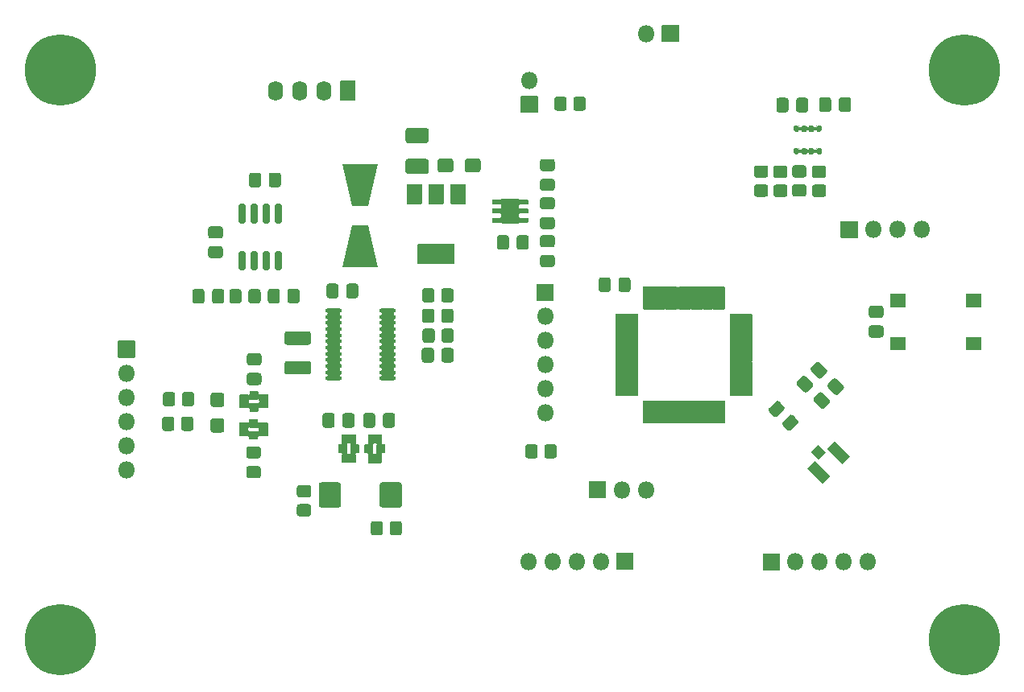
<source format=gbr>
%TF.GenerationSoftware,KiCad,Pcbnew,5.1.9+dfsg1-1*%
%TF.CreationDate,2022-02-14T10:27:32+01:00*%
%TF.ProjectId,wheather_board_v1 ,77686561-7468-4657-925f-626f6172645f,rev?*%
%TF.SameCoordinates,Original*%
%TF.FileFunction,Soldermask,Top*%
%TF.FilePolarity,Negative*%
%FSLAX46Y46*%
G04 Gerber Fmt 4.6, Leading zero omitted, Abs format (unit mm)*
G04 Created by KiCad (PCBNEW 5.1.9+dfsg1-1) date 2022-02-14 10:27:32*
%MOMM*%
%LPD*%
G01*
G04 APERTURE LIST*
%ADD10O,1.800000X1.800000*%
%ADD11C,0.100000*%
%ADD12O,1.799999X0.449999*%
%ADD13C,0.900000*%
%ADD14C,7.500000*%
%ADD15O,1.600000X2.100000*%
G04 APERTURE END LIST*
%TO.C,C19*%
G36*
G01*
X123672600Y-103366100D02*
X125018800Y-103366100D01*
G75*
G02*
X125068800Y-103416100I0J-50000D01*
G01*
X125068800Y-104279700D01*
G75*
G02*
X125018800Y-104329700I-50000J0D01*
G01*
X123672600Y-104329700D01*
G75*
G02*
X123622600Y-104279700I0J50000D01*
G01*
X123622600Y-103416100D01*
G75*
G02*
X123672600Y-103366100I50000J0D01*
G01*
G37*
G36*
G01*
X123672600Y-105423500D02*
X125018800Y-105423500D01*
G75*
G02*
X125068800Y-105473500I0J-50000D01*
G01*
X125068800Y-106337100D01*
G75*
G02*
X125018800Y-106387100I-50000J0D01*
G01*
X123672600Y-106387100D01*
G75*
G02*
X123622600Y-106337100I0J50000D01*
G01*
X123622600Y-105473500D01*
G75*
G02*
X123672600Y-105423500I50000J0D01*
G01*
G37*
G36*
G01*
X124561600Y-104420200D02*
X125374400Y-104420200D01*
G75*
G02*
X125424400Y-104470200I0J-50000D01*
G01*
X125424400Y-105283000D01*
G75*
G02*
X125374400Y-105333000I-50000J0D01*
G01*
X124561600Y-105333000D01*
G75*
G02*
X124511600Y-105283000I0J50000D01*
G01*
X124511600Y-104470200D01*
G75*
G02*
X124561600Y-104420200I50000J0D01*
G01*
G37*
G36*
G01*
X123317000Y-104420200D02*
X124129800Y-104420200D01*
G75*
G02*
X124179800Y-104470200I0J-50000D01*
G01*
X124179800Y-105283000D01*
G75*
G02*
X124129800Y-105333000I-50000J0D01*
G01*
X123317000Y-105333000D01*
G75*
G02*
X123267000Y-105283000I0J50000D01*
G01*
X123267000Y-104470200D01*
G75*
G02*
X123317000Y-104420200I50000J0D01*
G01*
G37*
%TD*%
%TO.C,C7*%
G36*
G01*
X123268700Y-87786676D02*
X123268700Y-88794124D01*
G75*
G02*
X122997424Y-89065400I-271276J0D01*
G01*
X122264976Y-89065400D01*
G75*
G02*
X121993700Y-88794124I0J271276D01*
G01*
X121993700Y-87786676D01*
G75*
G02*
X122264976Y-87515400I271276J0D01*
G01*
X122997424Y-87515400D01*
G75*
G02*
X123268700Y-87786676I0J-271276D01*
G01*
G37*
G36*
G01*
X125343700Y-87786676D02*
X125343700Y-88794124D01*
G75*
G02*
X125072424Y-89065400I-271276J0D01*
G01*
X124339976Y-89065400D01*
G75*
G02*
X124068700Y-88794124I0J271276D01*
G01*
X124068700Y-87786676D01*
G75*
G02*
X124339976Y-87515400I271276J0D01*
G01*
X125072424Y-87515400D01*
G75*
G02*
X125343700Y-87786676I0J-271276D01*
G01*
G37*
%TD*%
D10*
%TO.C,J2*%
X143306800Y-66116200D03*
G36*
G01*
X144206800Y-67806200D02*
X144206800Y-69506200D01*
G75*
G02*
X144156800Y-69556200I-50000J0D01*
G01*
X142456800Y-69556200D01*
G75*
G02*
X142406800Y-69506200I0J50000D01*
G01*
X142406800Y-67806200D01*
G75*
G02*
X142456800Y-67756200I50000J0D01*
G01*
X144156800Y-67756200D01*
G75*
G02*
X144206800Y-67806200I0J-50000D01*
G01*
G37*
%TD*%
%TO.C,J1*%
X155600400Y-61188600D03*
G36*
G01*
X157290400Y-60288600D02*
X158990400Y-60288600D01*
G75*
G02*
X159040400Y-60338600I0J-50000D01*
G01*
X159040400Y-62038600D01*
G75*
G02*
X158990400Y-62088600I-50000J0D01*
G01*
X157290400Y-62088600D01*
G75*
G02*
X157240400Y-62038600I0J50000D01*
G01*
X157240400Y-60338600D01*
G75*
G02*
X157290400Y-60288600I50000J0D01*
G01*
G37*
%TD*%
%TO.C,SW1*%
G36*
G01*
X189176800Y-94456400D02*
X189176800Y-93156400D01*
G75*
G02*
X189226800Y-93106400I50000J0D01*
G01*
X190776800Y-93106400D01*
G75*
G02*
X190826800Y-93156400I0J-50000D01*
G01*
X190826800Y-94456400D01*
G75*
G02*
X190776800Y-94506400I-50000J0D01*
G01*
X189226800Y-94506400D01*
G75*
G02*
X189176800Y-94456400I0J50000D01*
G01*
G37*
G36*
G01*
X189176800Y-89956400D02*
X189176800Y-88656400D01*
G75*
G02*
X189226800Y-88606400I50000J0D01*
G01*
X190776800Y-88606400D01*
G75*
G02*
X190826800Y-88656400I0J-50000D01*
G01*
X190826800Y-89956400D01*
G75*
G02*
X190776800Y-90006400I-50000J0D01*
G01*
X189226800Y-90006400D01*
G75*
G02*
X189176800Y-89956400I0J50000D01*
G01*
G37*
G36*
G01*
X181216800Y-89956400D02*
X181216800Y-88656400D01*
G75*
G02*
X181266800Y-88606400I50000J0D01*
G01*
X182816800Y-88606400D01*
G75*
G02*
X182866800Y-88656400I0J-50000D01*
G01*
X182866800Y-89956400D01*
G75*
G02*
X182816800Y-90006400I-50000J0D01*
G01*
X181266800Y-90006400D01*
G75*
G02*
X181216800Y-89956400I0J50000D01*
G01*
G37*
G36*
G01*
X181216800Y-94456400D02*
X181216800Y-93156400D01*
G75*
G02*
X181266800Y-93106400I50000J0D01*
G01*
X182816800Y-93106400D01*
G75*
G02*
X182866800Y-93156400I0J-50000D01*
G01*
X182866800Y-94456400D01*
G75*
G02*
X182816800Y-94506400I-50000J0D01*
G01*
X181266800Y-94506400D01*
G75*
G02*
X181216800Y-94456400I0J50000D01*
G01*
G37*
%TD*%
%TO.C,C25*%
G36*
G01*
X127577600Y-110817290D02*
X127577600Y-108689510D01*
G75*
G02*
X127838710Y-108428400I261110J0D01*
G01*
X129666490Y-108428400D01*
G75*
G02*
X129927600Y-108689510I0J-261110D01*
G01*
X129927600Y-110817290D01*
G75*
G02*
X129666490Y-111078400I-261110J0D01*
G01*
X127838710Y-111078400D01*
G75*
G02*
X127577600Y-110817290I0J261110D01*
G01*
G37*
G36*
G01*
X121177600Y-110817290D02*
X121177600Y-108689510D01*
G75*
G02*
X121438710Y-108428400I261110J0D01*
G01*
X123266490Y-108428400D01*
G75*
G02*
X123527600Y-108689510I0J-261110D01*
G01*
X123527600Y-110817290D01*
G75*
G02*
X123266490Y-111078400I-261110J0D01*
G01*
X121438710Y-111078400D01*
G75*
G02*
X121177600Y-110817290I0J261110D01*
G01*
G37*
%TD*%
%TO.C,R14*%
G36*
G01*
X144192000Y-104676832D02*
X144192000Y-105635168D01*
G75*
G02*
X143921168Y-105906000I-270832J0D01*
G01*
X143162832Y-105906000D01*
G75*
G02*
X142892000Y-105635168I0J270832D01*
G01*
X142892000Y-104676832D01*
G75*
G02*
X143162832Y-104406000I270832J0D01*
G01*
X143921168Y-104406000D01*
G75*
G02*
X144192000Y-104676832I0J-270832D01*
G01*
G37*
G36*
G01*
X146192000Y-104676832D02*
X146192000Y-105635168D01*
G75*
G02*
X145921168Y-105906000I-270832J0D01*
G01*
X145162832Y-105906000D01*
G75*
G02*
X144892000Y-105635168I0J270832D01*
G01*
X144892000Y-104676832D01*
G75*
G02*
X145162832Y-104406000I270832J0D01*
G01*
X145921168Y-104406000D01*
G75*
G02*
X146192000Y-104676832I0J-270832D01*
G01*
G37*
%TD*%
%TO.C,U4*%
G36*
G01*
X140258799Y-79186599D02*
X139450801Y-79186599D01*
G75*
G02*
X139400801Y-79136599I0J50000D01*
G01*
X139400801Y-78729399D01*
G75*
G02*
X139450801Y-78679399I50000J0D01*
G01*
X140258799Y-78679399D01*
G75*
G02*
X140308799Y-78729399I0J-50000D01*
G01*
X140308799Y-79136599D01*
G75*
G02*
X140258799Y-79186599I-50000J0D01*
G01*
G37*
G36*
G01*
X140258799Y-80136600D02*
X139450801Y-80136600D01*
G75*
G02*
X139400801Y-80086600I0J50000D01*
G01*
X139400801Y-79679400D01*
G75*
G02*
X139450801Y-79629400I50000J0D01*
G01*
X140258799Y-79629400D01*
G75*
G02*
X140308799Y-79679400I0J-50000D01*
G01*
X140308799Y-80086600D01*
G75*
G02*
X140258799Y-80136600I-50000J0D01*
G01*
G37*
G36*
G01*
X140258799Y-81086601D02*
X139450801Y-81086601D01*
G75*
G02*
X139400801Y-81036601I0J50000D01*
G01*
X139400801Y-80629401D01*
G75*
G02*
X139450801Y-80579401I50000J0D01*
G01*
X140258799Y-80579401D01*
G75*
G02*
X140308799Y-80629401I0J-50000D01*
G01*
X140308799Y-81036601D01*
G75*
G02*
X140258799Y-81086601I-50000J0D01*
G01*
G37*
G36*
G01*
X143149599Y-81086601D02*
X142341601Y-81086601D01*
G75*
G02*
X142291601Y-81036601I0J50000D01*
G01*
X142291601Y-80629401D01*
G75*
G02*
X142341601Y-80579401I50000J0D01*
G01*
X143149599Y-80579401D01*
G75*
G02*
X143199599Y-80629401I0J-50000D01*
G01*
X143199599Y-81036601D01*
G75*
G02*
X143149599Y-81086601I-50000J0D01*
G01*
G37*
G36*
G01*
X143149599Y-80136600D02*
X142341601Y-80136600D01*
G75*
G02*
X142291601Y-80086600I0J50000D01*
G01*
X142291601Y-79679400D01*
G75*
G02*
X142341601Y-79629400I50000J0D01*
G01*
X143149599Y-79629400D01*
G75*
G02*
X143199599Y-79679400I0J-50000D01*
G01*
X143199599Y-80086600D01*
G75*
G02*
X143149599Y-80136600I-50000J0D01*
G01*
G37*
G36*
G01*
X143149599Y-79186599D02*
X142341601Y-79186599D01*
G75*
G02*
X142291601Y-79136599I0J50000D01*
G01*
X142291601Y-78729399D01*
G75*
G02*
X142341601Y-78679399I50000J0D01*
G01*
X143149599Y-78679399D01*
G75*
G02*
X143199599Y-78729399I0J-50000D01*
G01*
X143199599Y-79136599D01*
G75*
G02*
X143149599Y-79186599I-50000J0D01*
G01*
G37*
G36*
G01*
X140373900Y-81127600D02*
X140373900Y-78638400D01*
G75*
G02*
X140423900Y-78588400I50000J0D01*
G01*
X142176500Y-78588400D01*
G75*
G02*
X142226500Y-78638400I0J-50000D01*
G01*
X142226500Y-81127600D01*
G75*
G02*
X142176500Y-81177600I-50000J0D01*
G01*
X140423900Y-81177600D01*
G75*
G02*
X140373900Y-81127600I0J50000D01*
G01*
G37*
%TD*%
%TO.C,U5*%
G36*
G01*
X116766600Y-84076200D02*
X117116600Y-84076200D01*
G75*
G02*
X117291600Y-84251200I0J-175000D01*
G01*
X117291600Y-85951200D01*
G75*
G02*
X117116600Y-86126200I-175000J0D01*
G01*
X116766600Y-86126200D01*
G75*
G02*
X116591600Y-85951200I0J175000D01*
G01*
X116591600Y-84251200D01*
G75*
G02*
X116766600Y-84076200I175000J0D01*
G01*
G37*
G36*
G01*
X115496600Y-84076200D02*
X115846600Y-84076200D01*
G75*
G02*
X116021600Y-84251200I0J-175000D01*
G01*
X116021600Y-85951200D01*
G75*
G02*
X115846600Y-86126200I-175000J0D01*
G01*
X115496600Y-86126200D01*
G75*
G02*
X115321600Y-85951200I0J175000D01*
G01*
X115321600Y-84251200D01*
G75*
G02*
X115496600Y-84076200I175000J0D01*
G01*
G37*
G36*
G01*
X114226600Y-84076200D02*
X114576600Y-84076200D01*
G75*
G02*
X114751600Y-84251200I0J-175000D01*
G01*
X114751600Y-85951200D01*
G75*
G02*
X114576600Y-86126200I-175000J0D01*
G01*
X114226600Y-86126200D01*
G75*
G02*
X114051600Y-85951200I0J175000D01*
G01*
X114051600Y-84251200D01*
G75*
G02*
X114226600Y-84076200I175000J0D01*
G01*
G37*
G36*
G01*
X112956600Y-84076200D02*
X113306600Y-84076200D01*
G75*
G02*
X113481600Y-84251200I0J-175000D01*
G01*
X113481600Y-85951200D01*
G75*
G02*
X113306600Y-86126200I-175000J0D01*
G01*
X112956600Y-86126200D01*
G75*
G02*
X112781600Y-85951200I0J175000D01*
G01*
X112781600Y-84251200D01*
G75*
G02*
X112956600Y-84076200I175000J0D01*
G01*
G37*
G36*
G01*
X112956600Y-79126200D02*
X113306600Y-79126200D01*
G75*
G02*
X113481600Y-79301200I0J-175000D01*
G01*
X113481600Y-81001200D01*
G75*
G02*
X113306600Y-81176200I-175000J0D01*
G01*
X112956600Y-81176200D01*
G75*
G02*
X112781600Y-81001200I0J175000D01*
G01*
X112781600Y-79301200D01*
G75*
G02*
X112956600Y-79126200I175000J0D01*
G01*
G37*
G36*
G01*
X114226600Y-79126200D02*
X114576600Y-79126200D01*
G75*
G02*
X114751600Y-79301200I0J-175000D01*
G01*
X114751600Y-81001200D01*
G75*
G02*
X114576600Y-81176200I-175000J0D01*
G01*
X114226600Y-81176200D01*
G75*
G02*
X114051600Y-81001200I0J175000D01*
G01*
X114051600Y-79301200D01*
G75*
G02*
X114226600Y-79126200I175000J0D01*
G01*
G37*
G36*
G01*
X115496600Y-79126200D02*
X115846600Y-79126200D01*
G75*
G02*
X116021600Y-79301200I0J-175000D01*
G01*
X116021600Y-81001200D01*
G75*
G02*
X115846600Y-81176200I-175000J0D01*
G01*
X115496600Y-81176200D01*
G75*
G02*
X115321600Y-81001200I0J175000D01*
G01*
X115321600Y-79301200D01*
G75*
G02*
X115496600Y-79126200I175000J0D01*
G01*
G37*
G36*
G01*
X116766600Y-79126200D02*
X117116600Y-79126200D01*
G75*
G02*
X117291600Y-79301200I0J-175000D01*
G01*
X117291600Y-81001200D01*
G75*
G02*
X117116600Y-81176200I-175000J0D01*
G01*
X116766600Y-81176200D01*
G75*
G02*
X116591600Y-81001200I0J175000D01*
G01*
X116591600Y-79301200D01*
G75*
G02*
X116766600Y-79126200I175000J0D01*
G01*
G37*
%TD*%
%TO.C,U2*%
G36*
G01*
X174067600Y-71040000D02*
X174067600Y-71365000D01*
G75*
G02*
X173917600Y-71515000I-150000J0D01*
G01*
X173617600Y-71515000D01*
G75*
G02*
X173467600Y-71365000I0J150000D01*
G01*
X173467600Y-71040000D01*
G75*
G02*
X173617600Y-70890000I150000J0D01*
G01*
X173917600Y-70890000D01*
G75*
G02*
X174067600Y-71040000I0J-150000D01*
G01*
G37*
G36*
G01*
X173267600Y-71040000D02*
X173267600Y-71365000D01*
G75*
G02*
X173117600Y-71515000I-150000J0D01*
G01*
X172817600Y-71515000D01*
G75*
G02*
X172667600Y-71365000I0J150000D01*
G01*
X172667600Y-71040000D01*
G75*
G02*
X172817600Y-70890000I150000J0D01*
G01*
X173117600Y-70890000D01*
G75*
G02*
X173267600Y-71040000I0J-150000D01*
G01*
G37*
G36*
G01*
X172467600Y-71040000D02*
X172467600Y-71365000D01*
G75*
G02*
X172317600Y-71515000I-150000J0D01*
G01*
X172017600Y-71515000D01*
G75*
G02*
X171867600Y-71365000I0J150000D01*
G01*
X171867600Y-71040000D01*
G75*
G02*
X172017600Y-70890000I150000J0D01*
G01*
X172317600Y-70890000D01*
G75*
G02*
X172467600Y-71040000I0J-150000D01*
G01*
G37*
G36*
G01*
X171667600Y-71040000D02*
X171667600Y-71365000D01*
G75*
G02*
X171517600Y-71515000I-150000J0D01*
G01*
X171217600Y-71515000D01*
G75*
G02*
X171067600Y-71365000I0J150000D01*
G01*
X171067600Y-71040000D01*
G75*
G02*
X171217600Y-70890000I150000J0D01*
G01*
X171517600Y-70890000D01*
G75*
G02*
X171667600Y-71040000I0J-150000D01*
G01*
G37*
G36*
G01*
X171667600Y-73415000D02*
X171667600Y-73740000D01*
G75*
G02*
X171517600Y-73890000I-150000J0D01*
G01*
X171217600Y-73890000D01*
G75*
G02*
X171067600Y-73740000I0J150000D01*
G01*
X171067600Y-73415000D01*
G75*
G02*
X171217600Y-73265000I150000J0D01*
G01*
X171517600Y-73265000D01*
G75*
G02*
X171667600Y-73415000I0J-150000D01*
G01*
G37*
G36*
G01*
X172467600Y-73415000D02*
X172467600Y-73740000D01*
G75*
G02*
X172317600Y-73890000I-150000J0D01*
G01*
X172017600Y-73890000D01*
G75*
G02*
X171867600Y-73740000I0J150000D01*
G01*
X171867600Y-73415000D01*
G75*
G02*
X172017600Y-73265000I150000J0D01*
G01*
X172317600Y-73265000D01*
G75*
G02*
X172467600Y-73415000I0J-150000D01*
G01*
G37*
G36*
G01*
X173267600Y-73415000D02*
X173267600Y-73740000D01*
G75*
G02*
X173117600Y-73890000I-150000J0D01*
G01*
X172817600Y-73890000D01*
G75*
G02*
X172667600Y-73740000I0J150000D01*
G01*
X172667600Y-73415000D01*
G75*
G02*
X172817600Y-73265000I150000J0D01*
G01*
X173117600Y-73265000D01*
G75*
G02*
X173267600Y-73415000I0J-150000D01*
G01*
G37*
G36*
G01*
X174067600Y-73415000D02*
X174067600Y-73740000D01*
G75*
G02*
X173917600Y-73890000I-150000J0D01*
G01*
X173617600Y-73890000D01*
G75*
G02*
X173467600Y-73740000I0J150000D01*
G01*
X173467600Y-73415000D01*
G75*
G02*
X173617600Y-73265000I150000J0D01*
G01*
X173917600Y-73265000D01*
G75*
G02*
X174067600Y-73415000I0J-150000D01*
G01*
G37*
%TD*%
%TO.C,U1*%
G36*
G01*
X135077400Y-77040600D02*
X136577400Y-77040600D01*
G75*
G02*
X136627400Y-77090600I0J-50000D01*
G01*
X136627400Y-79090600D01*
G75*
G02*
X136577400Y-79140600I-50000J0D01*
G01*
X135077400Y-79140600D01*
G75*
G02*
X135027400Y-79090600I0J50000D01*
G01*
X135027400Y-77090600D01*
G75*
G02*
X135077400Y-77040600I50000J0D01*
G01*
G37*
G36*
G01*
X130477400Y-77040600D02*
X131977400Y-77040600D01*
G75*
G02*
X132027400Y-77090600I0J-50000D01*
G01*
X132027400Y-79090600D01*
G75*
G02*
X131977400Y-79140600I-50000J0D01*
G01*
X130477400Y-79140600D01*
G75*
G02*
X130427400Y-79090600I0J50000D01*
G01*
X130427400Y-77090600D01*
G75*
G02*
X130477400Y-77040600I50000J0D01*
G01*
G37*
G36*
G01*
X132777400Y-77040600D02*
X134277400Y-77040600D01*
G75*
G02*
X134327400Y-77090600I0J-50000D01*
G01*
X134327400Y-79090600D01*
G75*
G02*
X134277400Y-79140600I-50000J0D01*
G01*
X132777400Y-79140600D01*
G75*
G02*
X132727400Y-79090600I0J50000D01*
G01*
X132727400Y-77090600D01*
G75*
G02*
X132777400Y-77040600I50000J0D01*
G01*
G37*
G36*
G01*
X131627400Y-83340600D02*
X135427400Y-83340600D01*
G75*
G02*
X135477400Y-83390600I0J-50000D01*
G01*
X135477400Y-85390600D01*
G75*
G02*
X135427400Y-85440600I-50000J0D01*
G01*
X131627400Y-85440600D01*
G75*
G02*
X131577400Y-85390600I0J50000D01*
G01*
X131577400Y-83390600D01*
G75*
G02*
X131627400Y-83340600I50000J0D01*
G01*
G37*
%TD*%
%TO.C,R13*%
G36*
G01*
X147240000Y-68100832D02*
X147240000Y-69059168D01*
G75*
G02*
X146969168Y-69330000I-270832J0D01*
G01*
X146210832Y-69330000D01*
G75*
G02*
X145940000Y-69059168I0J270832D01*
G01*
X145940000Y-68100832D01*
G75*
G02*
X146210832Y-67830000I270832J0D01*
G01*
X146969168Y-67830000D01*
G75*
G02*
X147240000Y-68100832I0J-270832D01*
G01*
G37*
G36*
G01*
X149240000Y-68100832D02*
X149240000Y-69059168D01*
G75*
G02*
X148969168Y-69330000I-270832J0D01*
G01*
X148210832Y-69330000D01*
G75*
G02*
X147940000Y-69059168I0J270832D01*
G01*
X147940000Y-68100832D01*
G75*
G02*
X148210832Y-67830000I270832J0D01*
G01*
X148969168Y-67830000D01*
G75*
G02*
X149240000Y-68100832I0J-270832D01*
G01*
G37*
%TD*%
%TO.C,R12*%
G36*
G01*
X128636000Y-113737768D02*
X128636000Y-112779432D01*
G75*
G02*
X128906832Y-112508600I270832J0D01*
G01*
X129665168Y-112508600D01*
G75*
G02*
X129936000Y-112779432I0J-270832D01*
G01*
X129936000Y-113737768D01*
G75*
G02*
X129665168Y-114008600I-270832J0D01*
G01*
X128906832Y-114008600D01*
G75*
G02*
X128636000Y-113737768I0J270832D01*
G01*
G37*
G36*
G01*
X126636000Y-113737768D02*
X126636000Y-112779432D01*
G75*
G02*
X126906832Y-112508600I270832J0D01*
G01*
X127665168Y-112508600D01*
G75*
G02*
X127936000Y-112779432I0J-270832D01*
G01*
X127936000Y-113737768D01*
G75*
G02*
X127665168Y-114008600I-270832J0D01*
G01*
X126906832Y-114008600D01*
G75*
G02*
X126636000Y-113737768I0J270832D01*
G01*
G37*
%TD*%
%TO.C,R11*%
G36*
G01*
X120113168Y-110013000D02*
X119154832Y-110013000D01*
G75*
G02*
X118884000Y-109742168I0J270832D01*
G01*
X118884000Y-108983832D01*
G75*
G02*
X119154832Y-108713000I270832J0D01*
G01*
X120113168Y-108713000D01*
G75*
G02*
X120384000Y-108983832I0J-270832D01*
G01*
X120384000Y-109742168D01*
G75*
G02*
X120113168Y-110013000I-270832J0D01*
G01*
G37*
G36*
G01*
X120113168Y-112013000D02*
X119154832Y-112013000D01*
G75*
G02*
X118884000Y-111742168I0J270832D01*
G01*
X118884000Y-110983832D01*
G75*
G02*
X119154832Y-110713000I270832J0D01*
G01*
X120113168Y-110713000D01*
G75*
G02*
X120384000Y-110983832I0J-270832D01*
G01*
X120384000Y-111742168D01*
G75*
G02*
X120113168Y-112013000I-270832J0D01*
G01*
G37*
%TD*%
%TO.C,R10*%
G36*
G01*
X106715800Y-102739568D02*
X106715800Y-101781232D01*
G75*
G02*
X106986632Y-101510400I270832J0D01*
G01*
X107744968Y-101510400D01*
G75*
G02*
X108015800Y-101781232I0J-270832D01*
G01*
X108015800Y-102739568D01*
G75*
G02*
X107744968Y-103010400I-270832J0D01*
G01*
X106986632Y-103010400D01*
G75*
G02*
X106715800Y-102739568I0J270832D01*
G01*
G37*
G36*
G01*
X104715800Y-102739568D02*
X104715800Y-101781232D01*
G75*
G02*
X104986632Y-101510400I270832J0D01*
G01*
X105744968Y-101510400D01*
G75*
G02*
X106015800Y-101781232I0J-270832D01*
G01*
X106015800Y-102739568D01*
G75*
G02*
X105744968Y-103010400I-270832J0D01*
G01*
X104986632Y-103010400D01*
G75*
G02*
X104715800Y-102739568I0J270832D01*
G01*
G37*
%TD*%
%TO.C,R9*%
G36*
G01*
X106801400Y-100148768D02*
X106801400Y-99190432D01*
G75*
G02*
X107072232Y-98919600I270832J0D01*
G01*
X107830568Y-98919600D01*
G75*
G02*
X108101400Y-99190432I0J-270832D01*
G01*
X108101400Y-100148768D01*
G75*
G02*
X107830568Y-100419600I-270832J0D01*
G01*
X107072232Y-100419600D01*
G75*
G02*
X106801400Y-100148768I0J270832D01*
G01*
G37*
G36*
G01*
X104801400Y-100148768D02*
X104801400Y-99190432D01*
G75*
G02*
X105072232Y-98919600I270832J0D01*
G01*
X105830568Y-98919600D01*
G75*
G02*
X106101400Y-99190432I0J-270832D01*
G01*
X106101400Y-100148768D01*
G75*
G02*
X105830568Y-100419600I-270832J0D01*
G01*
X105072232Y-100419600D01*
G75*
G02*
X104801400Y-100148768I0J270832D01*
G01*
G37*
%TD*%
%TO.C,R8*%
G36*
G01*
X113777000Y-89328368D02*
X113777000Y-88370032D01*
G75*
G02*
X114047832Y-88099200I270832J0D01*
G01*
X114806168Y-88099200D01*
G75*
G02*
X115077000Y-88370032I0J-270832D01*
G01*
X115077000Y-89328368D01*
G75*
G02*
X114806168Y-89599200I-270832J0D01*
G01*
X114047832Y-89599200D01*
G75*
G02*
X113777000Y-89328368I0J270832D01*
G01*
G37*
G36*
G01*
X111777000Y-89328368D02*
X111777000Y-88370032D01*
G75*
G02*
X112047832Y-88099200I270832J0D01*
G01*
X112806168Y-88099200D01*
G75*
G02*
X113077000Y-88370032I0J-270832D01*
G01*
X113077000Y-89328368D01*
G75*
G02*
X112806168Y-89599200I-270832J0D01*
G01*
X112047832Y-89599200D01*
G75*
G02*
X111777000Y-89328368I0J270832D01*
G01*
G37*
%TD*%
%TO.C,R7*%
G36*
G01*
X133371600Y-92510232D02*
X133371600Y-93468568D01*
G75*
G02*
X133100768Y-93739400I-270832J0D01*
G01*
X132342432Y-93739400D01*
G75*
G02*
X132071600Y-93468568I0J270832D01*
G01*
X132071600Y-92510232D01*
G75*
G02*
X132342432Y-92239400I270832J0D01*
G01*
X133100768Y-92239400D01*
G75*
G02*
X133371600Y-92510232I0J-270832D01*
G01*
G37*
G36*
G01*
X135371600Y-92510232D02*
X135371600Y-93468568D01*
G75*
G02*
X135100768Y-93739400I-270832J0D01*
G01*
X134342432Y-93739400D01*
G75*
G02*
X134071600Y-93468568I0J270832D01*
G01*
X134071600Y-92510232D01*
G75*
G02*
X134342432Y-92239400I270832J0D01*
G01*
X135100768Y-92239400D01*
G75*
G02*
X135371600Y-92510232I0J-270832D01*
G01*
G37*
%TD*%
%TO.C,R6*%
G36*
G01*
X133346200Y-90427432D02*
X133346200Y-91385768D01*
G75*
G02*
X133075368Y-91656600I-270832J0D01*
G01*
X132317032Y-91656600D01*
G75*
G02*
X132046200Y-91385768I0J270832D01*
G01*
X132046200Y-90427432D01*
G75*
G02*
X132317032Y-90156600I270832J0D01*
G01*
X133075368Y-90156600D01*
G75*
G02*
X133346200Y-90427432I0J-270832D01*
G01*
G37*
G36*
G01*
X135346200Y-90427432D02*
X135346200Y-91385768D01*
G75*
G02*
X135075368Y-91656600I-270832J0D01*
G01*
X134317032Y-91656600D01*
G75*
G02*
X134046200Y-91385768I0J270832D01*
G01*
X134046200Y-90427432D01*
G75*
G02*
X134317032Y-90156600I270832J0D01*
G01*
X135075368Y-90156600D01*
G75*
G02*
X135346200Y-90427432I0J-270832D01*
G01*
G37*
%TD*%
%TO.C,R5*%
G36*
G01*
X133346200Y-88268432D02*
X133346200Y-89226768D01*
G75*
G02*
X133075368Y-89497600I-270832J0D01*
G01*
X132317032Y-89497600D01*
G75*
G02*
X132046200Y-89226768I0J270832D01*
G01*
X132046200Y-88268432D01*
G75*
G02*
X132317032Y-87997600I270832J0D01*
G01*
X133075368Y-87997600D01*
G75*
G02*
X133346200Y-88268432I0J-270832D01*
G01*
G37*
G36*
G01*
X135346200Y-88268432D02*
X135346200Y-89226768D01*
G75*
G02*
X135075368Y-89497600I-270832J0D01*
G01*
X134317032Y-89497600D01*
G75*
G02*
X134046200Y-89226768I0J270832D01*
G01*
X134046200Y-88268432D01*
G75*
G02*
X134317032Y-87997600I270832J0D01*
G01*
X135075368Y-87997600D01*
G75*
G02*
X135346200Y-88268432I0J-270832D01*
G01*
G37*
%TD*%
%TO.C,R4*%
G36*
G01*
X174240568Y-76392800D02*
X173282232Y-76392800D01*
G75*
G02*
X173011400Y-76121968I0J270832D01*
G01*
X173011400Y-75363632D01*
G75*
G02*
X173282232Y-75092800I270832J0D01*
G01*
X174240568Y-75092800D01*
G75*
G02*
X174511400Y-75363632I0J-270832D01*
G01*
X174511400Y-76121968D01*
G75*
G02*
X174240568Y-76392800I-270832J0D01*
G01*
G37*
G36*
G01*
X174240568Y-78392800D02*
X173282232Y-78392800D01*
G75*
G02*
X173011400Y-78121968I0J270832D01*
G01*
X173011400Y-77363632D01*
G75*
G02*
X173282232Y-77092800I270832J0D01*
G01*
X174240568Y-77092800D01*
G75*
G02*
X174511400Y-77363632I0J-270832D01*
G01*
X174511400Y-78121968D01*
G75*
G02*
X174240568Y-78392800I-270832J0D01*
G01*
G37*
%TD*%
%TO.C,R3*%
G36*
G01*
X172157768Y-76367400D02*
X171199432Y-76367400D01*
G75*
G02*
X170928600Y-76096568I0J270832D01*
G01*
X170928600Y-75338232D01*
G75*
G02*
X171199432Y-75067400I270832J0D01*
G01*
X172157768Y-75067400D01*
G75*
G02*
X172428600Y-75338232I0J-270832D01*
G01*
X172428600Y-76096568D01*
G75*
G02*
X172157768Y-76367400I-270832J0D01*
G01*
G37*
G36*
G01*
X172157768Y-78367400D02*
X171199432Y-78367400D01*
G75*
G02*
X170928600Y-78096568I0J270832D01*
G01*
X170928600Y-77338232D01*
G75*
G02*
X171199432Y-77067400I270832J0D01*
G01*
X172157768Y-77067400D01*
G75*
G02*
X172428600Y-77338232I0J-270832D01*
G01*
X172428600Y-78096568D01*
G75*
G02*
X172157768Y-78367400I-270832J0D01*
G01*
G37*
%TD*%
%TO.C,R2*%
G36*
G01*
X170176568Y-76392800D02*
X169218232Y-76392800D01*
G75*
G02*
X168947400Y-76121968I0J270832D01*
G01*
X168947400Y-75363632D01*
G75*
G02*
X169218232Y-75092800I270832J0D01*
G01*
X170176568Y-75092800D01*
G75*
G02*
X170447400Y-75363632I0J-270832D01*
G01*
X170447400Y-76121968D01*
G75*
G02*
X170176568Y-76392800I-270832J0D01*
G01*
G37*
G36*
G01*
X170176568Y-78392800D02*
X169218232Y-78392800D01*
G75*
G02*
X168947400Y-78121968I0J270832D01*
G01*
X168947400Y-77363632D01*
G75*
G02*
X169218232Y-77092800I270832J0D01*
G01*
X170176568Y-77092800D01*
G75*
G02*
X170447400Y-77363632I0J-270832D01*
G01*
X170447400Y-78121968D01*
G75*
G02*
X170176568Y-78392800I-270832J0D01*
G01*
G37*
%TD*%
%TO.C,R1*%
G36*
G01*
X168144568Y-76374000D02*
X167186232Y-76374000D01*
G75*
G02*
X166915400Y-76103168I0J270832D01*
G01*
X166915400Y-75344832D01*
G75*
G02*
X167186232Y-75074000I270832J0D01*
G01*
X168144568Y-75074000D01*
G75*
G02*
X168415400Y-75344832I0J-270832D01*
G01*
X168415400Y-76103168D01*
G75*
G02*
X168144568Y-76374000I-270832J0D01*
G01*
G37*
G36*
G01*
X168144568Y-78374000D02*
X167186232Y-78374000D01*
G75*
G02*
X166915400Y-78103168I0J270832D01*
G01*
X166915400Y-77344832D01*
G75*
G02*
X167186232Y-77074000I270832J0D01*
G01*
X168144568Y-77074000D01*
G75*
G02*
X168415400Y-77344832I0J-270832D01*
G01*
X168415400Y-78103168D01*
G75*
G02*
X168144568Y-78374000I-270832J0D01*
G01*
G37*
%TD*%
%TO.C,L1*%
G36*
G01*
X169958676Y-102055040D02*
X170635040Y-101378676D01*
G75*
G02*
X171019336Y-101378676I192148J-192148D01*
G01*
X171518924Y-101878264D01*
G75*
G02*
X171518924Y-102262560I-192148J-192148D01*
G01*
X170842560Y-102938924D01*
G75*
G02*
X170458264Y-102938924I-192148J192148D01*
G01*
X169958676Y-102439336D01*
G75*
G02*
X169958676Y-102055040I192148J192148D01*
G01*
G37*
G36*
G01*
X168509108Y-100605472D02*
X169185472Y-99929108D01*
G75*
G02*
X169569768Y-99929108I192148J-192148D01*
G01*
X170069356Y-100428696D01*
G75*
G02*
X170069356Y-100812992I-192148J-192148D01*
G01*
X169392992Y-101489356D01*
G75*
G02*
X169008696Y-101489356I-192148J192148D01*
G01*
X168509108Y-100989768D01*
G75*
G02*
X168509108Y-100605472I192148J192148D01*
G01*
G37*
%TD*%
%TO.C,J9*%
G36*
G01*
X174634396Y-104870552D02*
X175376859Y-104128089D01*
G75*
G02*
X175447569Y-104128089I35355J-35355D01*
G01*
X177003204Y-105683724D01*
G75*
G02*
X177003204Y-105754434I-35355J-35355D01*
G01*
X176260741Y-106496897D01*
G75*
G02*
X176190031Y-106496897I-35355J35355D01*
G01*
X174634396Y-104941262D01*
G75*
G02*
X174634396Y-104870552I35355J35355D01*
G01*
G37*
G36*
G01*
X172937341Y-105224105D02*
X173644447Y-104516999D01*
G75*
G02*
X173715157Y-104516999I35355J-35355D01*
G01*
X174457619Y-105259461D01*
G75*
G02*
X174457619Y-105330171I-35355J-35355D01*
G01*
X173750513Y-106037277D01*
G75*
G02*
X173679803Y-106037277I-35355J35355D01*
G01*
X172937341Y-105294815D01*
G75*
G02*
X172937341Y-105224105I35355J35355D01*
G01*
G37*
G36*
G01*
X172548431Y-106956517D02*
X173290894Y-106214054D01*
G75*
G02*
X173361604Y-106214054I35355J-35355D01*
G01*
X174917239Y-107769689D01*
G75*
G02*
X174917239Y-107840399I-35355J-35355D01*
G01*
X174174776Y-108582862D01*
G75*
G02*
X174104066Y-108582862I-35355J35355D01*
G01*
X172548431Y-107027227D01*
G75*
G02*
X172548431Y-106956517I35355J35355D01*
G01*
G37*
%TD*%
%TO.C,J8*%
X184556400Y-81838800D03*
X182016400Y-81838800D03*
X179476400Y-81838800D03*
G36*
G01*
X177786400Y-82738800D02*
X176086400Y-82738800D01*
G75*
G02*
X176036400Y-82688800I0J50000D01*
G01*
X176036400Y-80988800D01*
G75*
G02*
X176086400Y-80938800I50000J0D01*
G01*
X177786400Y-80938800D01*
G75*
G02*
X177836400Y-80988800I0J-50000D01*
G01*
X177836400Y-82688800D01*
G75*
G02*
X177786400Y-82738800I-50000J0D01*
G01*
G37*
%TD*%
%TO.C,J7*%
X100990400Y-107111800D03*
X100990400Y-104571800D03*
X100990400Y-102031800D03*
X100990400Y-99491800D03*
X100990400Y-96951800D03*
G36*
G01*
X100090400Y-95261800D02*
X100090400Y-93561800D01*
G75*
G02*
X100140400Y-93511800I50000J0D01*
G01*
X101840400Y-93511800D01*
G75*
G02*
X101890400Y-93561800I0J-50000D01*
G01*
X101890400Y-95261800D01*
G75*
G02*
X101840400Y-95311800I-50000J0D01*
G01*
X100140400Y-95311800D01*
G75*
G02*
X100090400Y-95261800I0J50000D01*
G01*
G37*
%TD*%
%TO.C,J6*%
X178890000Y-116810000D03*
X176350000Y-116810000D03*
X173810000Y-116810000D03*
X171270000Y-116810000D03*
G36*
G01*
X169580000Y-117710000D02*
X167880000Y-117710000D01*
G75*
G02*
X167830000Y-117660000I0J50000D01*
G01*
X167830000Y-115960000D01*
G75*
G02*
X167880000Y-115910000I50000J0D01*
G01*
X169580000Y-115910000D01*
G75*
G02*
X169630000Y-115960000I0J-50000D01*
G01*
X169630000Y-117660000D01*
G75*
G02*
X169580000Y-117710000I-50000J0D01*
G01*
G37*
%TD*%
D11*
%TO.C,D1*%
G36*
X127402962Y-85770000D02*
G01*
X123677038Y-85770000D01*
X124700294Y-81370000D01*
X126379706Y-81370000D01*
X127402962Y-85770000D01*
G37*
G36*
X123677038Y-74970000D02*
G01*
X127402962Y-74970000D01*
X126379706Y-79370000D01*
X124700294Y-79370000D01*
X123677038Y-74970000D01*
G37*
%TD*%
%TO.C,C29*%
G36*
G01*
X175413452Y-99161721D02*
X174701079Y-98449348D01*
G75*
G02*
X174701079Y-98065706I191821J191821D01*
G01*
X175218998Y-97547787D01*
G75*
G02*
X175602640Y-97547787I191821J-191821D01*
G01*
X176315013Y-98260160D01*
G75*
G02*
X176315013Y-98643802I-191821J-191821D01*
G01*
X175797094Y-99161721D01*
G75*
G02*
X175413452Y-99161721I-191821J191821D01*
G01*
G37*
G36*
G01*
X173946206Y-100628967D02*
X173233833Y-99916594D01*
G75*
G02*
X173233833Y-99532952I191821J191821D01*
G01*
X173751752Y-99015033D01*
G75*
G02*
X174135394Y-99015033I191821J-191821D01*
G01*
X174847767Y-99727406D01*
G75*
G02*
X174847767Y-100111048I-191821J-191821D01*
G01*
X174329848Y-100628967D01*
G75*
G02*
X173946206Y-100628967I-191821J191821D01*
G01*
G37*
%TD*%
%TO.C,C28*%
G36*
G01*
X179252076Y-91916200D02*
X180259524Y-91916200D01*
G75*
G02*
X180530800Y-92187476I0J-271276D01*
G01*
X180530800Y-92919924D01*
G75*
G02*
X180259524Y-93191200I-271276J0D01*
G01*
X179252076Y-93191200D01*
G75*
G02*
X178980800Y-92919924I0J271276D01*
G01*
X178980800Y-92187476D01*
G75*
G02*
X179252076Y-91916200I271276J0D01*
G01*
G37*
G36*
G01*
X179252076Y-89841200D02*
X180259524Y-89841200D01*
G75*
G02*
X180530800Y-90112476I0J-271276D01*
G01*
X180530800Y-90844924D01*
G75*
G02*
X180259524Y-91116200I-271276J0D01*
G01*
X179252076Y-91116200D01*
G75*
G02*
X178980800Y-90844924I0J271276D01*
G01*
X178980800Y-90112476D01*
G75*
G02*
X179252076Y-89841200I271276J0D01*
G01*
G37*
%TD*%
%TO.C,C27*%
G36*
G01*
X173641406Y-97428567D02*
X172929033Y-96716194D01*
G75*
G02*
X172929033Y-96332552I191821J191821D01*
G01*
X173446952Y-95814633D01*
G75*
G02*
X173830594Y-95814633I191821J-191821D01*
G01*
X174542967Y-96527006D01*
G75*
G02*
X174542967Y-96910648I-191821J-191821D01*
G01*
X174025048Y-97428567D01*
G75*
G02*
X173641406Y-97428567I-191821J191821D01*
G01*
G37*
G36*
G01*
X172174160Y-98895813D02*
X171461787Y-98183440D01*
G75*
G02*
X171461787Y-97799798I191821J191821D01*
G01*
X171979706Y-97281879D01*
G75*
G02*
X172363348Y-97281879I191821J-191821D01*
G01*
X173075721Y-97994252D01*
G75*
G02*
X173075721Y-98377894I-191821J-191821D01*
G01*
X172557802Y-98895813D01*
G75*
G02*
X172174160Y-98895813I-191821J191821D01*
G01*
G37*
%TD*%
%TO.C,C26*%
G36*
G01*
X151869100Y-87126276D02*
X151869100Y-88133724D01*
G75*
G02*
X151597824Y-88405000I-271276J0D01*
G01*
X150865376Y-88405000D01*
G75*
G02*
X150594100Y-88133724I0J271276D01*
G01*
X150594100Y-87126276D01*
G75*
G02*
X150865376Y-86855000I271276J0D01*
G01*
X151597824Y-86855000D01*
G75*
G02*
X151869100Y-87126276I0J-271276D01*
G01*
G37*
G36*
G01*
X153944100Y-87126276D02*
X153944100Y-88133724D01*
G75*
G02*
X153672824Y-88405000I-271276J0D01*
G01*
X152940376Y-88405000D01*
G75*
G02*
X152669100Y-88133724I0J271276D01*
G01*
X152669100Y-87126276D01*
G75*
G02*
X152940376Y-86855000I271276J0D01*
G01*
X153672824Y-86855000D01*
G75*
G02*
X153944100Y-87126276I0J-271276D01*
G01*
G37*
%TD*%
%TO.C,C24*%
G36*
G01*
X117896500Y-89327524D02*
X117896500Y-88320076D01*
G75*
G02*
X118167776Y-88048800I271276J0D01*
G01*
X118900224Y-88048800D01*
G75*
G02*
X119171500Y-88320076I0J-271276D01*
G01*
X119171500Y-89327524D01*
G75*
G02*
X118900224Y-89598800I-271276J0D01*
G01*
X118167776Y-89598800D01*
G75*
G02*
X117896500Y-89327524I0J271276D01*
G01*
G37*
G36*
G01*
X115821500Y-89327524D02*
X115821500Y-88320076D01*
G75*
G02*
X116092776Y-88048800I271276J0D01*
G01*
X116825224Y-88048800D01*
G75*
G02*
X117096500Y-88320076I0J-271276D01*
G01*
X117096500Y-89327524D01*
G75*
G02*
X116825224Y-89598800I-271276J0D01*
G01*
X116092776Y-89598800D01*
G75*
G02*
X115821500Y-89327524I0J271276D01*
G01*
G37*
%TD*%
%TO.C,C23*%
G36*
G01*
X109175600Y-88345476D02*
X109175600Y-89352924D01*
G75*
G02*
X108904324Y-89624200I-271276J0D01*
G01*
X108171876Y-89624200D01*
G75*
G02*
X107900600Y-89352924I0J271276D01*
G01*
X107900600Y-88345476D01*
G75*
G02*
X108171876Y-88074200I271276J0D01*
G01*
X108904324Y-88074200D01*
G75*
G02*
X109175600Y-88345476I0J-271276D01*
G01*
G37*
G36*
G01*
X111250600Y-88345476D02*
X111250600Y-89352924D01*
G75*
G02*
X110979324Y-89624200I-271276J0D01*
G01*
X110246876Y-89624200D01*
G75*
G02*
X109975600Y-89352924I0J271276D01*
G01*
X109975600Y-88345476D01*
G75*
G02*
X110246876Y-88074200I271276J0D01*
G01*
X110979324Y-88074200D01*
G75*
G02*
X111250600Y-88345476I0J-271276D01*
G01*
G37*
%TD*%
%TO.C,C21*%
G36*
G01*
X110841324Y-82763500D02*
X109833876Y-82763500D01*
G75*
G02*
X109562600Y-82492224I0J271276D01*
G01*
X109562600Y-81759776D01*
G75*
G02*
X109833876Y-81488500I271276J0D01*
G01*
X110841324Y-81488500D01*
G75*
G02*
X111112600Y-81759776I0J-271276D01*
G01*
X111112600Y-82492224D01*
G75*
G02*
X110841324Y-82763500I-271276J0D01*
G01*
G37*
G36*
G01*
X110841324Y-84838500D02*
X109833876Y-84838500D01*
G75*
G02*
X109562600Y-84567224I0J271276D01*
G01*
X109562600Y-83834776D01*
G75*
G02*
X109833876Y-83563500I271276J0D01*
G01*
X110841324Y-83563500D01*
G75*
G02*
X111112600Y-83834776I0J-271276D01*
G01*
X111112600Y-84567224D01*
G75*
G02*
X110841324Y-84838500I-271276J0D01*
G01*
G37*
%TD*%
%TO.C,C20*%
G36*
G01*
X127749300Y-106399800D02*
X126403100Y-106399800D01*
G75*
G02*
X126353100Y-106349800I0J50000D01*
G01*
X126353100Y-105486200D01*
G75*
G02*
X126403100Y-105436200I50000J0D01*
G01*
X127749300Y-105436200D01*
G75*
G02*
X127799300Y-105486200I0J-50000D01*
G01*
X127799300Y-106349800D01*
G75*
G02*
X127749300Y-106399800I-50000J0D01*
G01*
G37*
G36*
G01*
X127749300Y-104342400D02*
X126403100Y-104342400D01*
G75*
G02*
X126353100Y-104292400I0J50000D01*
G01*
X126353100Y-103428800D01*
G75*
G02*
X126403100Y-103378800I50000J0D01*
G01*
X127749300Y-103378800D01*
G75*
G02*
X127799300Y-103428800I0J-50000D01*
G01*
X127799300Y-104292400D01*
G75*
G02*
X127749300Y-104342400I-50000J0D01*
G01*
G37*
G36*
G01*
X126860300Y-105345700D02*
X126047500Y-105345700D01*
G75*
G02*
X125997500Y-105295700I0J50000D01*
G01*
X125997500Y-104482900D01*
G75*
G02*
X126047500Y-104432900I50000J0D01*
G01*
X126860300Y-104432900D01*
G75*
G02*
X126910300Y-104482900I0J-50000D01*
G01*
X126910300Y-105295700D01*
G75*
G02*
X126860300Y-105345700I-50000J0D01*
G01*
G37*
G36*
G01*
X128104900Y-105345700D02*
X127292100Y-105345700D01*
G75*
G02*
X127242100Y-105295700I0J50000D01*
G01*
X127242100Y-104482900D01*
G75*
G02*
X127292100Y-104432900I50000J0D01*
G01*
X128104900Y-104432900D01*
G75*
G02*
X128154900Y-104482900I0J-50000D01*
G01*
X128154900Y-105295700D01*
G75*
G02*
X128104900Y-105345700I-50000J0D01*
G01*
G37*
%TD*%
%TO.C,C18*%
G36*
G01*
X112819500Y-103535400D02*
X112819500Y-102189200D01*
G75*
G02*
X112869500Y-102139200I50000J0D01*
G01*
X113733100Y-102139200D01*
G75*
G02*
X113783100Y-102189200I0J-50000D01*
G01*
X113783100Y-103535400D01*
G75*
G02*
X113733100Y-103585400I-50000J0D01*
G01*
X112869500Y-103585400D01*
G75*
G02*
X112819500Y-103535400I0J50000D01*
G01*
G37*
G36*
G01*
X114876900Y-103535400D02*
X114876900Y-102189200D01*
G75*
G02*
X114926900Y-102139200I50000J0D01*
G01*
X115790500Y-102139200D01*
G75*
G02*
X115840500Y-102189200I0J-50000D01*
G01*
X115840500Y-103535400D01*
G75*
G02*
X115790500Y-103585400I-50000J0D01*
G01*
X114926900Y-103585400D01*
G75*
G02*
X114876900Y-103535400I0J50000D01*
G01*
G37*
G36*
G01*
X113873600Y-102646400D02*
X113873600Y-101833600D01*
G75*
G02*
X113923600Y-101783600I50000J0D01*
G01*
X114736400Y-101783600D01*
G75*
G02*
X114786400Y-101833600I0J-50000D01*
G01*
X114786400Y-102646400D01*
G75*
G02*
X114736400Y-102696400I-50000J0D01*
G01*
X113923600Y-102696400D01*
G75*
G02*
X113873600Y-102646400I0J50000D01*
G01*
G37*
G36*
G01*
X113873600Y-103891000D02*
X113873600Y-103078200D01*
G75*
G02*
X113923600Y-103028200I50000J0D01*
G01*
X114736400Y-103028200D01*
G75*
G02*
X114786400Y-103078200I0J-50000D01*
G01*
X114786400Y-103891000D01*
G75*
G02*
X114736400Y-103941000I-50000J0D01*
G01*
X113923600Y-103941000D01*
G75*
G02*
X113873600Y-103891000I0J50000D01*
G01*
G37*
%TD*%
%TO.C,C17*%
G36*
G01*
X115880500Y-99229200D02*
X115880500Y-100575400D01*
G75*
G02*
X115830500Y-100625400I-50000J0D01*
G01*
X114966900Y-100625400D01*
G75*
G02*
X114916900Y-100575400I0J50000D01*
G01*
X114916900Y-99229200D01*
G75*
G02*
X114966900Y-99179200I50000J0D01*
G01*
X115830500Y-99179200D01*
G75*
G02*
X115880500Y-99229200I0J-50000D01*
G01*
G37*
G36*
G01*
X113823100Y-99229200D02*
X113823100Y-100575400D01*
G75*
G02*
X113773100Y-100625400I-50000J0D01*
G01*
X112909500Y-100625400D01*
G75*
G02*
X112859500Y-100575400I0J50000D01*
G01*
X112859500Y-99229200D01*
G75*
G02*
X112909500Y-99179200I50000J0D01*
G01*
X113773100Y-99179200D01*
G75*
G02*
X113823100Y-99229200I0J-50000D01*
G01*
G37*
G36*
G01*
X114826400Y-100118200D02*
X114826400Y-100931000D01*
G75*
G02*
X114776400Y-100981000I-50000J0D01*
G01*
X113963600Y-100981000D01*
G75*
G02*
X113913600Y-100931000I0J50000D01*
G01*
X113913600Y-100118200D01*
G75*
G02*
X113963600Y-100068200I50000J0D01*
G01*
X114776400Y-100068200D01*
G75*
G02*
X114826400Y-100118200I0J-50000D01*
G01*
G37*
G36*
G01*
X114826400Y-98873600D02*
X114826400Y-99686400D01*
G75*
G02*
X114776400Y-99736400I-50000J0D01*
G01*
X113963600Y-99736400D01*
G75*
G02*
X113913600Y-99686400I0J50000D01*
G01*
X113913600Y-98873600D01*
G75*
G02*
X113963600Y-98823600I50000J0D01*
G01*
X114776400Y-98823600D01*
G75*
G02*
X114826400Y-98873600I0J-50000D01*
G01*
G37*
%TD*%
%TO.C,C16*%
G36*
G01*
X127929500Y-102408524D02*
X127929500Y-101401076D01*
G75*
G02*
X128200776Y-101129800I271276J0D01*
G01*
X128933224Y-101129800D01*
G75*
G02*
X129204500Y-101401076I0J-271276D01*
G01*
X129204500Y-102408524D01*
G75*
G02*
X128933224Y-102679800I-271276J0D01*
G01*
X128200776Y-102679800D01*
G75*
G02*
X127929500Y-102408524I0J271276D01*
G01*
G37*
G36*
G01*
X125854500Y-102408524D02*
X125854500Y-101401076D01*
G75*
G02*
X126125776Y-101129800I271276J0D01*
G01*
X126858224Y-101129800D01*
G75*
G02*
X127129500Y-101401076I0J-271276D01*
G01*
X127129500Y-102408524D01*
G75*
G02*
X126858224Y-102679800I-271276J0D01*
G01*
X126125776Y-102679800D01*
G75*
G02*
X125854500Y-102408524I0J271276D01*
G01*
G37*
%TD*%
%TO.C,C15*%
G36*
G01*
X123662300Y-102408524D02*
X123662300Y-101401076D01*
G75*
G02*
X123933576Y-101129800I271276J0D01*
G01*
X124666024Y-101129800D01*
G75*
G02*
X124937300Y-101401076I0J-271276D01*
G01*
X124937300Y-102408524D01*
G75*
G02*
X124666024Y-102679800I-271276J0D01*
G01*
X123933576Y-102679800D01*
G75*
G02*
X123662300Y-102408524I0J271276D01*
G01*
G37*
G36*
G01*
X121587300Y-102408524D02*
X121587300Y-101401076D01*
G75*
G02*
X121858576Y-101129800I271276J0D01*
G01*
X122591024Y-101129800D01*
G75*
G02*
X122862300Y-101401076I0J-271276D01*
G01*
X122862300Y-102408524D01*
G75*
G02*
X122591024Y-102679800I-271276J0D01*
G01*
X121858576Y-102679800D01*
G75*
G02*
X121587300Y-102408524I0J271276D01*
G01*
G37*
%TD*%
%TO.C,C14*%
G36*
G01*
X115130000Y-76106276D02*
X115130000Y-77113724D01*
G75*
G02*
X114858724Y-77385000I-271276J0D01*
G01*
X114126276Y-77385000D01*
G75*
G02*
X113855000Y-77113724I0J271276D01*
G01*
X113855000Y-76106276D01*
G75*
G02*
X114126276Y-75835000I271276J0D01*
G01*
X114858724Y-75835000D01*
G75*
G02*
X115130000Y-76106276I0J-271276D01*
G01*
G37*
G36*
G01*
X117205000Y-76106276D02*
X117205000Y-77113724D01*
G75*
G02*
X116933724Y-77385000I-271276J0D01*
G01*
X116201276Y-77385000D01*
G75*
G02*
X115930000Y-77113724I0J271276D01*
G01*
X115930000Y-76106276D01*
G75*
G02*
X116201276Y-75835000I271276J0D01*
G01*
X116933724Y-75835000D01*
G75*
G02*
X117205000Y-76106276I0J-271276D01*
G01*
G37*
%TD*%
%TO.C,C13*%
G36*
G01*
X113826276Y-106717500D02*
X114833724Y-106717500D01*
G75*
G02*
X115105000Y-106988776I0J-271276D01*
G01*
X115105000Y-107721224D01*
G75*
G02*
X114833724Y-107992500I-271276J0D01*
G01*
X113826276Y-107992500D01*
G75*
G02*
X113555000Y-107721224I0J271276D01*
G01*
X113555000Y-106988776D01*
G75*
G02*
X113826276Y-106717500I271276J0D01*
G01*
G37*
G36*
G01*
X113826276Y-104642500D02*
X114833724Y-104642500D01*
G75*
G02*
X115105000Y-104913776I0J-271276D01*
G01*
X115105000Y-105646224D01*
G75*
G02*
X114833724Y-105917500I-271276J0D01*
G01*
X113826276Y-105917500D01*
G75*
G02*
X113555000Y-105646224I0J271276D01*
G01*
X113555000Y-104913776D01*
G75*
G02*
X113826276Y-104642500I271276J0D01*
G01*
G37*
%TD*%
%TO.C,C12*%
G36*
G01*
X113886276Y-96912500D02*
X114893724Y-96912500D01*
G75*
G02*
X115165000Y-97183776I0J-271276D01*
G01*
X115165000Y-97916224D01*
G75*
G02*
X114893724Y-98187500I-271276J0D01*
G01*
X113886276Y-98187500D01*
G75*
G02*
X113615000Y-97916224I0J271276D01*
G01*
X113615000Y-97183776D01*
G75*
G02*
X113886276Y-96912500I271276J0D01*
G01*
G37*
G36*
G01*
X113886276Y-94837500D02*
X114893724Y-94837500D01*
G75*
G02*
X115165000Y-95108776I0J-271276D01*
G01*
X115165000Y-95841224D01*
G75*
G02*
X114893724Y-96112500I-271276J0D01*
G01*
X113886276Y-96112500D01*
G75*
G02*
X113615000Y-95841224I0J271276D01*
G01*
X113615000Y-95108776D01*
G75*
G02*
X113886276Y-94837500I271276J0D01*
G01*
G37*
%TD*%
%TO.C,C11*%
G36*
G01*
X144708076Y-84499400D02*
X145715524Y-84499400D01*
G75*
G02*
X145986800Y-84770676I0J-271276D01*
G01*
X145986800Y-85503124D01*
G75*
G02*
X145715524Y-85774400I-271276J0D01*
G01*
X144708076Y-85774400D01*
G75*
G02*
X144436800Y-85503124I0J271276D01*
G01*
X144436800Y-84770676D01*
G75*
G02*
X144708076Y-84499400I271276J0D01*
G01*
G37*
G36*
G01*
X144708076Y-82424400D02*
X145715524Y-82424400D01*
G75*
G02*
X145986800Y-82695676I0J-271276D01*
G01*
X145986800Y-83428124D01*
G75*
G02*
X145715524Y-83699400I-271276J0D01*
G01*
X144708076Y-83699400D01*
G75*
G02*
X144436800Y-83428124I0J271276D01*
G01*
X144436800Y-82695676D01*
G75*
G02*
X144708076Y-82424400I271276J0D01*
G01*
G37*
%TD*%
%TO.C,C10*%
G36*
G01*
X141179600Y-82681276D02*
X141179600Y-83688724D01*
G75*
G02*
X140908324Y-83960000I-271276J0D01*
G01*
X140175876Y-83960000D01*
G75*
G02*
X139904600Y-83688724I0J271276D01*
G01*
X139904600Y-82681276D01*
G75*
G02*
X140175876Y-82410000I271276J0D01*
G01*
X140908324Y-82410000D01*
G75*
G02*
X141179600Y-82681276I0J-271276D01*
G01*
G37*
G36*
G01*
X143254600Y-82681276D02*
X143254600Y-83688724D01*
G75*
G02*
X142983324Y-83960000I-271276J0D01*
G01*
X142250876Y-83960000D01*
G75*
G02*
X141979600Y-83688724I0J271276D01*
G01*
X141979600Y-82681276D01*
G75*
G02*
X142250876Y-82410000I271276J0D01*
G01*
X142983324Y-82410000D01*
G75*
G02*
X143254600Y-82681276I0J-271276D01*
G01*
G37*
%TD*%
%TO.C,C9*%
G36*
G01*
X144708076Y-76476900D02*
X145715524Y-76476900D01*
G75*
G02*
X145986800Y-76748176I0J-271276D01*
G01*
X145986800Y-77480624D01*
G75*
G02*
X145715524Y-77751900I-271276J0D01*
G01*
X144708076Y-77751900D01*
G75*
G02*
X144436800Y-77480624I0J271276D01*
G01*
X144436800Y-76748176D01*
G75*
G02*
X144708076Y-76476900I271276J0D01*
G01*
G37*
G36*
G01*
X144708076Y-74401900D02*
X145715524Y-74401900D01*
G75*
G02*
X145986800Y-74673176I0J-271276D01*
G01*
X145986800Y-75405624D01*
G75*
G02*
X145715524Y-75676900I-271276J0D01*
G01*
X144708076Y-75676900D01*
G75*
G02*
X144436800Y-75405624I0J271276D01*
G01*
X144436800Y-74673176D01*
G75*
G02*
X144708076Y-74401900I271276J0D01*
G01*
G37*
%TD*%
%TO.C,C8*%
G36*
G01*
X145715524Y-79707700D02*
X144708076Y-79707700D01*
G75*
G02*
X144436800Y-79436424I0J271276D01*
G01*
X144436800Y-78703976D01*
G75*
G02*
X144708076Y-78432700I271276J0D01*
G01*
X145715524Y-78432700D01*
G75*
G02*
X145986800Y-78703976I0J-271276D01*
G01*
X145986800Y-79436424D01*
G75*
G02*
X145715524Y-79707700I-271276J0D01*
G01*
G37*
G36*
G01*
X145715524Y-81782700D02*
X144708076Y-81782700D01*
G75*
G02*
X144436800Y-81511424I0J271276D01*
G01*
X144436800Y-80778976D01*
G75*
G02*
X144708076Y-80507700I271276J0D01*
G01*
X145715524Y-80507700D01*
G75*
G02*
X145986800Y-80778976I0J-271276D01*
G01*
X145986800Y-81511424D01*
G75*
G02*
X145715524Y-81782700I-271276J0D01*
G01*
G37*
%TD*%
%TO.C,C6*%
G36*
G01*
X170542000Y-68228676D02*
X170542000Y-69236124D01*
G75*
G02*
X170270724Y-69507400I-271276J0D01*
G01*
X169538276Y-69507400D01*
G75*
G02*
X169267000Y-69236124I0J271276D01*
G01*
X169267000Y-68228676D01*
G75*
G02*
X169538276Y-67957400I271276J0D01*
G01*
X170270724Y-67957400D01*
G75*
G02*
X170542000Y-68228676I0J-271276D01*
G01*
G37*
G36*
G01*
X172617000Y-68228676D02*
X172617000Y-69236124D01*
G75*
G02*
X172345724Y-69507400I-271276J0D01*
G01*
X171613276Y-69507400D01*
G75*
G02*
X171342000Y-69236124I0J271276D01*
G01*
X171342000Y-68228676D01*
G75*
G02*
X171613276Y-67957400I271276J0D01*
G01*
X172345724Y-67957400D01*
G75*
G02*
X172617000Y-68228676I0J-271276D01*
G01*
G37*
%TD*%
%TO.C,C5*%
G36*
G01*
X136530500Y-75538883D02*
X136530500Y-74625917D01*
G75*
G02*
X136799017Y-74357400I268517J0D01*
G01*
X137936983Y-74357400D01*
G75*
G02*
X138205500Y-74625917I0J-268517D01*
G01*
X138205500Y-75538883D01*
G75*
G02*
X137936983Y-75807400I-268517J0D01*
G01*
X136799017Y-75807400D01*
G75*
G02*
X136530500Y-75538883I0J268517D01*
G01*
G37*
G36*
G01*
X133655500Y-75538883D02*
X133655500Y-74625917D01*
G75*
G02*
X133924017Y-74357400I268517J0D01*
G01*
X135061983Y-74357400D01*
G75*
G02*
X135330500Y-74625917I0J-268517D01*
G01*
X135330500Y-75538883D01*
G75*
G02*
X135061983Y-75807400I-268517J0D01*
G01*
X133924017Y-75807400D01*
G75*
G02*
X133655500Y-75538883I0J268517D01*
G01*
G37*
%TD*%
%TO.C,C4*%
G36*
G01*
X175841700Y-69185324D02*
X175841700Y-68177876D01*
G75*
G02*
X176112976Y-67906600I271276J0D01*
G01*
X176845424Y-67906600D01*
G75*
G02*
X177116700Y-68177876I0J-271276D01*
G01*
X177116700Y-69185324D01*
G75*
G02*
X176845424Y-69456600I-271276J0D01*
G01*
X176112976Y-69456600D01*
G75*
G02*
X175841700Y-69185324I0J271276D01*
G01*
G37*
G36*
G01*
X173766700Y-69185324D02*
X173766700Y-68177876D01*
G75*
G02*
X174037976Y-67906600I271276J0D01*
G01*
X174770424Y-67906600D01*
G75*
G02*
X175041700Y-68177876I0J-271276D01*
G01*
X175041700Y-69185324D01*
G75*
G02*
X174770424Y-69456600I-271276J0D01*
G01*
X174037976Y-69456600D01*
G75*
G02*
X173766700Y-69185324I0J271276D01*
G01*
G37*
%TD*%
%TO.C,C3*%
G36*
G01*
X134084100Y-95550524D02*
X134084100Y-94543076D01*
G75*
G02*
X134355376Y-94271800I271276J0D01*
G01*
X135087824Y-94271800D01*
G75*
G02*
X135359100Y-94543076I0J-271276D01*
G01*
X135359100Y-95550524D01*
G75*
G02*
X135087824Y-95821800I-271276J0D01*
G01*
X134355376Y-95821800D01*
G75*
G02*
X134084100Y-95550524I0J271276D01*
G01*
G37*
G36*
G01*
X132009100Y-95550524D02*
X132009100Y-94543076D01*
G75*
G02*
X132280376Y-94271800I271276J0D01*
G01*
X133012824Y-94271800D01*
G75*
G02*
X133284100Y-94543076I0J-271276D01*
G01*
X133284100Y-95550524D01*
G75*
G02*
X133012824Y-95821800I-271276J0D01*
G01*
X132280376Y-95821800D01*
G75*
G02*
X132009100Y-95550524I0J271276D01*
G01*
G37*
%TD*%
%TO.C,C2*%
G36*
G01*
X117842464Y-95655100D02*
X120104736Y-95655100D01*
G75*
G02*
X120373600Y-95923964I0J-268864D01*
G01*
X120373600Y-96811236D01*
G75*
G02*
X120104736Y-97080100I-268864J0D01*
G01*
X117842464Y-97080100D01*
G75*
G02*
X117573600Y-96811236I0J268864D01*
G01*
X117573600Y-95923964D01*
G75*
G02*
X117842464Y-95655100I268864J0D01*
G01*
G37*
G36*
G01*
X117842464Y-92530100D02*
X120104736Y-92530100D01*
G75*
G02*
X120373600Y-92798964I0J-268864D01*
G01*
X120373600Y-93686236D01*
G75*
G02*
X120104736Y-93955100I-268864J0D01*
G01*
X117842464Y-93955100D01*
G75*
G02*
X117573600Y-93686236I0J268864D01*
G01*
X117573600Y-92798964D01*
G75*
G02*
X117842464Y-92530100I268864J0D01*
G01*
G37*
%TD*%
%TO.C,C1*%
G36*
G01*
X132479534Y-72733400D02*
X130562866Y-72733400D01*
G75*
G02*
X130296200Y-72466734I0J266666D01*
G01*
X130296200Y-71400066D01*
G75*
G02*
X130562866Y-71133400I266666J0D01*
G01*
X132479534Y-71133400D01*
G75*
G02*
X132746200Y-71400066I0J-266666D01*
G01*
X132746200Y-72466734D01*
G75*
G02*
X132479534Y-72733400I-266666J0D01*
G01*
G37*
G36*
G01*
X132479534Y-75983400D02*
X130562866Y-75983400D01*
G75*
G02*
X130296200Y-75716734I0J266666D01*
G01*
X130296200Y-74650066D01*
G75*
G02*
X130562866Y-74383400I266666J0D01*
G01*
X132479534Y-74383400D01*
G75*
G02*
X132746200Y-74650066I0J-266666D01*
G01*
X132746200Y-75716734D01*
G75*
G02*
X132479534Y-75983400I-266666J0D01*
G01*
G37*
%TD*%
D10*
%TO.C,J10*%
X143200000Y-116750000D03*
X145740000Y-116750000D03*
X148280000Y-116750000D03*
X150820000Y-116750000D03*
G36*
G01*
X152510000Y-115850000D02*
X154210000Y-115850000D01*
G75*
G02*
X154260000Y-115900000I0J-50000D01*
G01*
X154260000Y-117600000D01*
G75*
G02*
X154210000Y-117650000I-50000J0D01*
G01*
X152510000Y-117650000D01*
G75*
G02*
X152460000Y-117600000I0J50000D01*
G01*
X152460000Y-115900000D01*
G75*
G02*
X152510000Y-115850000I50000J0D01*
G01*
G37*
%TD*%
%TO.C,J5*%
X144983200Y-101117400D03*
X144983200Y-98577400D03*
X144983200Y-96037400D03*
X144983200Y-93497400D03*
X144983200Y-90957400D03*
G36*
G01*
X144083200Y-89267400D02*
X144083200Y-87567400D01*
G75*
G02*
X144133200Y-87517400I50000J0D01*
G01*
X145833200Y-87517400D01*
G75*
G02*
X145883200Y-87567400I0J-50000D01*
G01*
X145883200Y-89267400D01*
G75*
G02*
X145833200Y-89317400I-50000J0D01*
G01*
X144133200Y-89317400D01*
G75*
G02*
X144083200Y-89267400I0J50000D01*
G01*
G37*
%TD*%
%TO.C,J4*%
X155570000Y-109220000D03*
X153030000Y-109220000D03*
G36*
G01*
X151340000Y-110120000D02*
X149640000Y-110120000D01*
G75*
G02*
X149590000Y-110070000I0J50000D01*
G01*
X149590000Y-108370000D01*
G75*
G02*
X149640000Y-108320000I50000J0D01*
G01*
X151340000Y-108320000D01*
G75*
G02*
X151390000Y-108370000I0J-50000D01*
G01*
X151390000Y-110070000D01*
G75*
G02*
X151340000Y-110120000I-50000J0D01*
G01*
G37*
%TD*%
D12*
%TO.C,U3*%
X122753001Y-90354198D03*
X122753001Y-91004200D03*
X122753001Y-91654198D03*
X122753001Y-92304199D03*
X122753001Y-92954198D03*
X122753001Y-93604199D03*
X122753001Y-94254198D03*
X122753001Y-94904199D03*
X122753001Y-95554198D03*
X122753001Y-96204199D03*
X122753001Y-96854198D03*
X122753001Y-97504199D03*
X128452999Y-97504199D03*
X128452999Y-96854198D03*
X128452999Y-96204199D03*
X128452999Y-95554198D03*
X128452999Y-94904199D03*
X128452999Y-94254198D03*
X128452999Y-93604199D03*
X128452999Y-92954198D03*
X128452999Y-92304199D03*
X128452999Y-91654198D03*
X128452999Y-91004200D03*
X128452999Y-90354198D03*
%TD*%
%TO.C,U6*%
G36*
G01*
X154712800Y-95577000D02*
X152412800Y-95577000D01*
G75*
G02*
X152362800Y-95527000I0J50000D01*
G01*
X152362800Y-94527000D01*
G75*
G02*
X152412800Y-94477000I50000J0D01*
G01*
X154712800Y-94477000D01*
G75*
G02*
X154762800Y-94527000I0J-50000D01*
G01*
X154762800Y-95527000D01*
G75*
G02*
X154712800Y-95577000I-50000J0D01*
G01*
G37*
G36*
G01*
X154712800Y-94327000D02*
X152412800Y-94327000D01*
G75*
G02*
X152362800Y-94277000I0J50000D01*
G01*
X152362800Y-93277000D01*
G75*
G02*
X152412800Y-93227000I50000J0D01*
G01*
X154712800Y-93227000D01*
G75*
G02*
X154762800Y-93277000I0J-50000D01*
G01*
X154762800Y-94277000D01*
G75*
G02*
X154712800Y-94327000I-50000J0D01*
G01*
G37*
G36*
G01*
X154712800Y-93077000D02*
X152412800Y-93077000D01*
G75*
G02*
X152362800Y-93027000I0J50000D01*
G01*
X152362800Y-92027000D01*
G75*
G02*
X152412800Y-91977000I50000J0D01*
G01*
X154712800Y-91977000D01*
G75*
G02*
X154762800Y-92027000I0J-50000D01*
G01*
X154762800Y-93027000D01*
G75*
G02*
X154712800Y-93077000I-50000J0D01*
G01*
G37*
G36*
G01*
X154712800Y-91827000D02*
X152412800Y-91827000D01*
G75*
G02*
X152362800Y-91777000I0J50000D01*
G01*
X152362800Y-90777000D01*
G75*
G02*
X152412800Y-90727000I50000J0D01*
G01*
X154712800Y-90727000D01*
G75*
G02*
X154762800Y-90777000I0J-50000D01*
G01*
X154762800Y-91777000D01*
G75*
G02*
X154712800Y-91827000I-50000J0D01*
G01*
G37*
G36*
G01*
X154712800Y-96827000D02*
X152412800Y-96827000D01*
G75*
G02*
X152362800Y-96777000I0J50000D01*
G01*
X152362800Y-95777000D01*
G75*
G02*
X152412800Y-95727000I50000J0D01*
G01*
X154712800Y-95727000D01*
G75*
G02*
X154762800Y-95777000I0J-50000D01*
G01*
X154762800Y-96777000D01*
G75*
G02*
X154712800Y-96827000I-50000J0D01*
G01*
G37*
G36*
G01*
X154712800Y-98077000D02*
X152412800Y-98077000D01*
G75*
G02*
X152362800Y-98027000I0J50000D01*
G01*
X152362800Y-97027000D01*
G75*
G02*
X152412800Y-96977000I50000J0D01*
G01*
X154712800Y-96977000D01*
G75*
G02*
X154762800Y-97027000I0J-50000D01*
G01*
X154762800Y-98027000D01*
G75*
G02*
X154712800Y-98077000I-50000J0D01*
G01*
G37*
G36*
G01*
X154712800Y-99327000D02*
X152412800Y-99327000D01*
G75*
G02*
X152362800Y-99277000I0J50000D01*
G01*
X152362800Y-98277000D01*
G75*
G02*
X152412800Y-98227000I50000J0D01*
G01*
X154712800Y-98227000D01*
G75*
G02*
X154762800Y-98277000I0J-50000D01*
G01*
X154762800Y-99277000D01*
G75*
G02*
X154712800Y-99327000I-50000J0D01*
G01*
G37*
G36*
G01*
X160112800Y-99877000D02*
X160112800Y-102177000D01*
G75*
G02*
X160062800Y-102227000I-50000J0D01*
G01*
X159062800Y-102227000D01*
G75*
G02*
X159012800Y-102177000I0J50000D01*
G01*
X159012800Y-99877000D01*
G75*
G02*
X159062800Y-99827000I50000J0D01*
G01*
X160062800Y-99827000D01*
G75*
G02*
X160112800Y-99877000I0J-50000D01*
G01*
G37*
G36*
G01*
X158862800Y-99877000D02*
X158862800Y-102177000D01*
G75*
G02*
X158812800Y-102227000I-50000J0D01*
G01*
X157812800Y-102227000D01*
G75*
G02*
X157762800Y-102177000I0J50000D01*
G01*
X157762800Y-99877000D01*
G75*
G02*
X157812800Y-99827000I50000J0D01*
G01*
X158812800Y-99827000D01*
G75*
G02*
X158862800Y-99877000I0J-50000D01*
G01*
G37*
G36*
G01*
X157612800Y-99877000D02*
X157612800Y-102177000D01*
G75*
G02*
X157562800Y-102227000I-50000J0D01*
G01*
X156562800Y-102227000D01*
G75*
G02*
X156512800Y-102177000I0J50000D01*
G01*
X156512800Y-99877000D01*
G75*
G02*
X156562800Y-99827000I50000J0D01*
G01*
X157562800Y-99827000D01*
G75*
G02*
X157612800Y-99877000I0J-50000D01*
G01*
G37*
G36*
G01*
X156362800Y-99877000D02*
X156362800Y-102177000D01*
G75*
G02*
X156312800Y-102227000I-50000J0D01*
G01*
X155312800Y-102227000D01*
G75*
G02*
X155262800Y-102177000I0J50000D01*
G01*
X155262800Y-99877000D01*
G75*
G02*
X155312800Y-99827000I50000J0D01*
G01*
X156312800Y-99827000D01*
G75*
G02*
X156362800Y-99877000I0J-50000D01*
G01*
G37*
G36*
G01*
X161362800Y-99877000D02*
X161362800Y-102177000D01*
G75*
G02*
X161312800Y-102227000I-50000J0D01*
G01*
X160312800Y-102227000D01*
G75*
G02*
X160262800Y-102177000I0J50000D01*
G01*
X160262800Y-99877000D01*
G75*
G02*
X160312800Y-99827000I50000J0D01*
G01*
X161312800Y-99827000D01*
G75*
G02*
X161362800Y-99877000I0J-50000D01*
G01*
G37*
G36*
G01*
X162612800Y-99877000D02*
X162612800Y-102177000D01*
G75*
G02*
X162562800Y-102227000I-50000J0D01*
G01*
X161562800Y-102227000D01*
G75*
G02*
X161512800Y-102177000I0J50000D01*
G01*
X161512800Y-99877000D01*
G75*
G02*
X161562800Y-99827000I50000J0D01*
G01*
X162562800Y-99827000D01*
G75*
G02*
X162612800Y-99877000I0J-50000D01*
G01*
G37*
G36*
G01*
X163862800Y-99877000D02*
X163862800Y-102177000D01*
G75*
G02*
X163812800Y-102227000I-50000J0D01*
G01*
X162812800Y-102227000D01*
G75*
G02*
X162762800Y-102177000I0J50000D01*
G01*
X162762800Y-99877000D01*
G75*
G02*
X162812800Y-99827000I50000J0D01*
G01*
X163812800Y-99827000D01*
G75*
G02*
X163862800Y-99877000I0J-50000D01*
G01*
G37*
G36*
G01*
X164412800Y-94477000D02*
X166712800Y-94477000D01*
G75*
G02*
X166762800Y-94527000I0J-50000D01*
G01*
X166762800Y-95527000D01*
G75*
G02*
X166712800Y-95577000I-50000J0D01*
G01*
X164412800Y-95577000D01*
G75*
G02*
X164362800Y-95527000I0J50000D01*
G01*
X164362800Y-94527000D01*
G75*
G02*
X164412800Y-94477000I50000J0D01*
G01*
G37*
G36*
G01*
X164412800Y-95727000D02*
X166712800Y-95727000D01*
G75*
G02*
X166762800Y-95777000I0J-50000D01*
G01*
X166762800Y-96777000D01*
G75*
G02*
X166712800Y-96827000I-50000J0D01*
G01*
X164412800Y-96827000D01*
G75*
G02*
X164362800Y-96777000I0J50000D01*
G01*
X164362800Y-95777000D01*
G75*
G02*
X164412800Y-95727000I50000J0D01*
G01*
G37*
G36*
G01*
X164412800Y-96977000D02*
X166712800Y-96977000D01*
G75*
G02*
X166762800Y-97027000I0J-50000D01*
G01*
X166762800Y-98027000D01*
G75*
G02*
X166712800Y-98077000I-50000J0D01*
G01*
X164412800Y-98077000D01*
G75*
G02*
X164362800Y-98027000I0J50000D01*
G01*
X164362800Y-97027000D01*
G75*
G02*
X164412800Y-96977000I50000J0D01*
G01*
G37*
G36*
G01*
X164412800Y-98227000D02*
X166712800Y-98227000D01*
G75*
G02*
X166762800Y-98277000I0J-50000D01*
G01*
X166762800Y-99277000D01*
G75*
G02*
X166712800Y-99327000I-50000J0D01*
G01*
X164412800Y-99327000D01*
G75*
G02*
X164362800Y-99277000I0J50000D01*
G01*
X164362800Y-98277000D01*
G75*
G02*
X164412800Y-98227000I50000J0D01*
G01*
G37*
G36*
G01*
X164412800Y-93227000D02*
X166712800Y-93227000D01*
G75*
G02*
X166762800Y-93277000I0J-50000D01*
G01*
X166762800Y-94277000D01*
G75*
G02*
X166712800Y-94327000I-50000J0D01*
G01*
X164412800Y-94327000D01*
G75*
G02*
X164362800Y-94277000I0J50000D01*
G01*
X164362800Y-93277000D01*
G75*
G02*
X164412800Y-93227000I50000J0D01*
G01*
G37*
G36*
G01*
X164412800Y-91977000D02*
X166712800Y-91977000D01*
G75*
G02*
X166762800Y-92027000I0J-50000D01*
G01*
X166762800Y-93027000D01*
G75*
G02*
X166712800Y-93077000I-50000J0D01*
G01*
X164412800Y-93077000D01*
G75*
G02*
X164362800Y-93027000I0J50000D01*
G01*
X164362800Y-92027000D01*
G75*
G02*
X164412800Y-91977000I50000J0D01*
G01*
G37*
G36*
G01*
X164412800Y-90727000D02*
X166712800Y-90727000D01*
G75*
G02*
X166762800Y-90777000I0J-50000D01*
G01*
X166762800Y-91777000D01*
G75*
G02*
X166712800Y-91827000I-50000J0D01*
G01*
X164412800Y-91827000D01*
G75*
G02*
X164362800Y-91777000I0J50000D01*
G01*
X164362800Y-90777000D01*
G75*
G02*
X164412800Y-90727000I50000J0D01*
G01*
G37*
G36*
G01*
X159012800Y-90177000D02*
X159012800Y-87877000D01*
G75*
G02*
X159062800Y-87827000I50000J0D01*
G01*
X160062800Y-87827000D01*
G75*
G02*
X160112800Y-87877000I0J-50000D01*
G01*
X160112800Y-90177000D01*
G75*
G02*
X160062800Y-90227000I-50000J0D01*
G01*
X159062800Y-90227000D01*
G75*
G02*
X159012800Y-90177000I0J50000D01*
G01*
G37*
G36*
G01*
X160262800Y-90177000D02*
X160262800Y-87877000D01*
G75*
G02*
X160312800Y-87827000I50000J0D01*
G01*
X161312800Y-87827000D01*
G75*
G02*
X161362800Y-87877000I0J-50000D01*
G01*
X161362800Y-90177000D01*
G75*
G02*
X161312800Y-90227000I-50000J0D01*
G01*
X160312800Y-90227000D01*
G75*
G02*
X160262800Y-90177000I0J50000D01*
G01*
G37*
G36*
G01*
X161512800Y-90177000D02*
X161512800Y-87877000D01*
G75*
G02*
X161562800Y-87827000I50000J0D01*
G01*
X162562800Y-87827000D01*
G75*
G02*
X162612800Y-87877000I0J-50000D01*
G01*
X162612800Y-90177000D01*
G75*
G02*
X162562800Y-90227000I-50000J0D01*
G01*
X161562800Y-90227000D01*
G75*
G02*
X161512800Y-90177000I0J50000D01*
G01*
G37*
G36*
G01*
X162762800Y-90177000D02*
X162762800Y-87877000D01*
G75*
G02*
X162812800Y-87827000I50000J0D01*
G01*
X163812800Y-87827000D01*
G75*
G02*
X163862800Y-87877000I0J-50000D01*
G01*
X163862800Y-90177000D01*
G75*
G02*
X163812800Y-90227000I-50000J0D01*
G01*
X162812800Y-90227000D01*
G75*
G02*
X162762800Y-90177000I0J50000D01*
G01*
G37*
G36*
G01*
X157762800Y-90177000D02*
X157762800Y-87877000D01*
G75*
G02*
X157812800Y-87827000I50000J0D01*
G01*
X158812800Y-87827000D01*
G75*
G02*
X158862800Y-87877000I0J-50000D01*
G01*
X158862800Y-90177000D01*
G75*
G02*
X158812800Y-90227000I-50000J0D01*
G01*
X157812800Y-90227000D01*
G75*
G02*
X157762800Y-90177000I0J50000D01*
G01*
G37*
G36*
G01*
X156512800Y-90177000D02*
X156512800Y-87877000D01*
G75*
G02*
X156562800Y-87827000I50000J0D01*
G01*
X157562800Y-87827000D01*
G75*
G02*
X157612800Y-87877000I0J-50000D01*
G01*
X157612800Y-90177000D01*
G75*
G02*
X157562800Y-90227000I-50000J0D01*
G01*
X156562800Y-90227000D01*
G75*
G02*
X156512800Y-90177000I0J50000D01*
G01*
G37*
G36*
G01*
X155262800Y-90177000D02*
X155262800Y-87877000D01*
G75*
G02*
X155312800Y-87827000I50000J0D01*
G01*
X156312800Y-87827000D01*
G75*
G02*
X156362800Y-87877000I0J-50000D01*
G01*
X156362800Y-90177000D01*
G75*
G02*
X156312800Y-90227000I-50000J0D01*
G01*
X155312800Y-90227000D01*
G75*
G02*
X155262800Y-90177000I0J50000D01*
G01*
G37*
%TD*%
D13*
%TO.C,H1*%
X95962221Y-63037779D03*
X94000000Y-62225000D03*
X92037779Y-63037779D03*
X91225000Y-65000000D03*
X92037779Y-66962221D03*
X94000000Y-67775000D03*
X95962221Y-66962221D03*
X96775000Y-65000000D03*
D14*
X94000000Y-65000000D03*
%TD*%
%TO.C,H2*%
X189000000Y-65000000D03*
D13*
X191775000Y-65000000D03*
X190962221Y-66962221D03*
X189000000Y-67775000D03*
X187037779Y-66962221D03*
X186225000Y-65000000D03*
X187037779Y-63037779D03*
X189000000Y-62225000D03*
X190962221Y-63037779D03*
%TD*%
%TO.C,H3*%
X190962221Y-123037779D03*
X189000000Y-122225000D03*
X187037779Y-123037779D03*
X186225000Y-125000000D03*
X187037779Y-126962221D03*
X189000000Y-127775000D03*
X190962221Y-126962221D03*
X191775000Y-125000000D03*
D14*
X189000000Y-125000000D03*
%TD*%
%TO.C,H4*%
X94000000Y-125000000D03*
D13*
X96775000Y-125000000D03*
X95962221Y-126962221D03*
X94000000Y-127775000D03*
X92037779Y-126962221D03*
X91225000Y-125000000D03*
X92037779Y-123037779D03*
X94000000Y-122225000D03*
X95962221Y-123037779D03*
%TD*%
D15*
%TO.C,U7*%
X116620000Y-67230000D03*
X119160000Y-67230000D03*
X121700000Y-67230000D03*
G36*
G01*
X125040000Y-66230000D02*
X125040000Y-68230000D01*
G75*
G02*
X124990000Y-68280000I-50000J0D01*
G01*
X123490000Y-68280000D01*
G75*
G02*
X123440000Y-68230000I0J50000D01*
G01*
X123440000Y-66230000D01*
G75*
G02*
X123490000Y-66180000I50000J0D01*
G01*
X124990000Y-66180000D01*
G75*
G02*
X125040000Y-66230000I0J-50000D01*
G01*
G37*
%TD*%
%TO.C,C22*%
G36*
G01*
X110073517Y-98990000D02*
X110986483Y-98990000D01*
G75*
G02*
X111255000Y-99258517I0J-268517D01*
G01*
X111255000Y-100221483D01*
G75*
G02*
X110986483Y-100490000I-268517J0D01*
G01*
X110073517Y-100490000D01*
G75*
G02*
X109805000Y-100221483I0J268517D01*
G01*
X109805000Y-99258517D01*
G75*
G02*
X110073517Y-98990000I268517J0D01*
G01*
G37*
G36*
G01*
X110073517Y-101690000D02*
X110986483Y-101690000D01*
G75*
G02*
X111255000Y-101958517I0J-268517D01*
G01*
X111255000Y-102921483D01*
G75*
G02*
X110986483Y-103190000I-268517J0D01*
G01*
X110073517Y-103190000D01*
G75*
G02*
X109805000Y-102921483I0J268517D01*
G01*
X109805000Y-101958517D01*
G75*
G02*
X110073517Y-101690000I268517J0D01*
G01*
G37*
%TD*%
D11*
G36*
X127243265Y-105324575D02*
G01*
X127244100Y-105326201D01*
X127244100Y-105343700D01*
X127909299Y-105343700D01*
X127911031Y-105344700D01*
X127911031Y-105346700D01*
X127909495Y-105347690D01*
X127888234Y-105349784D01*
X127867973Y-105355930D01*
X127849303Y-105365909D01*
X127832939Y-105379339D01*
X127819509Y-105395703D01*
X127809530Y-105414373D01*
X127803384Y-105434634D01*
X127801290Y-105455895D01*
X127800125Y-105457521D01*
X127798135Y-105457325D01*
X127797300Y-105455699D01*
X127797300Y-105438200D01*
X127132101Y-105438200D01*
X127130369Y-105437200D01*
X127130369Y-105435200D01*
X127131905Y-105434210D01*
X127153166Y-105432116D01*
X127173427Y-105425970D01*
X127192097Y-105415991D01*
X127208461Y-105402561D01*
X127221891Y-105386197D01*
X127231870Y-105367527D01*
X127238016Y-105347266D01*
X127240110Y-105326005D01*
X127241275Y-105324379D01*
X127243265Y-105324575D01*
G37*
G36*
X126912290Y-105326005D02*
G01*
X126914384Y-105347266D01*
X126920530Y-105367527D01*
X126930509Y-105386197D01*
X126943939Y-105402561D01*
X126960303Y-105415991D01*
X126978973Y-105425970D01*
X126999234Y-105432116D01*
X127020495Y-105434210D01*
X127022121Y-105435375D01*
X127021925Y-105437365D01*
X127020299Y-105438200D01*
X126355100Y-105438200D01*
X126355100Y-105455699D01*
X126354100Y-105457431D01*
X126352100Y-105457431D01*
X126351110Y-105455895D01*
X126349016Y-105434634D01*
X126342870Y-105414373D01*
X126332891Y-105395703D01*
X126319461Y-105379339D01*
X126303097Y-105365909D01*
X126284427Y-105355930D01*
X126264166Y-105349784D01*
X126242905Y-105347690D01*
X126241279Y-105346525D01*
X126241475Y-105344535D01*
X126243101Y-105343700D01*
X126908300Y-105343700D01*
X126908300Y-105326201D01*
X126909300Y-105324469D01*
X126911300Y-105324469D01*
X126912290Y-105326005D01*
G37*
G36*
X124512765Y-105311875D02*
G01*
X124513600Y-105313501D01*
X124513600Y-105331000D01*
X125178799Y-105331000D01*
X125180531Y-105332000D01*
X125180531Y-105334000D01*
X125178995Y-105334990D01*
X125157734Y-105337084D01*
X125137473Y-105343230D01*
X125118803Y-105353209D01*
X125102439Y-105366639D01*
X125089009Y-105383003D01*
X125079030Y-105401673D01*
X125072884Y-105421934D01*
X125070790Y-105443195D01*
X125069625Y-105444821D01*
X125067635Y-105444625D01*
X125066800Y-105442999D01*
X125066800Y-105425500D01*
X124401601Y-105425500D01*
X124399869Y-105424500D01*
X124399869Y-105422500D01*
X124401405Y-105421510D01*
X124422666Y-105419416D01*
X124442927Y-105413270D01*
X124461597Y-105403291D01*
X124477961Y-105389861D01*
X124491391Y-105373497D01*
X124501370Y-105354827D01*
X124507516Y-105334566D01*
X124509610Y-105313305D01*
X124510775Y-105311679D01*
X124512765Y-105311875D01*
G37*
G36*
X124181790Y-105313305D02*
G01*
X124183884Y-105334566D01*
X124190030Y-105354827D01*
X124200009Y-105373497D01*
X124213439Y-105389861D01*
X124229803Y-105403291D01*
X124248473Y-105413270D01*
X124268734Y-105419416D01*
X124289995Y-105421510D01*
X124291621Y-105422675D01*
X124291425Y-105424665D01*
X124289799Y-105425500D01*
X123624600Y-105425500D01*
X123624600Y-105442999D01*
X123623600Y-105444731D01*
X123621600Y-105444731D01*
X123620610Y-105443195D01*
X123618516Y-105421934D01*
X123612370Y-105401673D01*
X123602391Y-105383003D01*
X123588961Y-105366639D01*
X123572597Y-105353209D01*
X123553927Y-105343230D01*
X123533666Y-105337084D01*
X123512405Y-105334990D01*
X123510779Y-105333825D01*
X123510975Y-105331835D01*
X123512601Y-105331000D01*
X124177800Y-105331000D01*
X124177800Y-105313501D01*
X124178800Y-105311769D01*
X124180800Y-105311769D01*
X124181790Y-105313305D01*
G37*
G36*
X126354265Y-104321275D02*
G01*
X126355100Y-104322901D01*
X126355100Y-104340400D01*
X127020299Y-104340400D01*
X127022031Y-104341400D01*
X127022031Y-104343400D01*
X127020495Y-104344390D01*
X126999234Y-104346484D01*
X126978973Y-104352630D01*
X126960303Y-104362609D01*
X126943939Y-104376039D01*
X126930509Y-104392403D01*
X126920530Y-104411073D01*
X126914384Y-104431334D01*
X126912290Y-104452595D01*
X126911125Y-104454221D01*
X126909135Y-104454025D01*
X126908300Y-104452399D01*
X126908300Y-104434900D01*
X126243101Y-104434900D01*
X126241369Y-104433900D01*
X126241369Y-104431900D01*
X126242905Y-104430910D01*
X126264166Y-104428816D01*
X126284427Y-104422670D01*
X126303097Y-104412691D01*
X126319461Y-104399261D01*
X126332891Y-104382897D01*
X126342870Y-104364227D01*
X126349016Y-104343966D01*
X126351110Y-104322705D01*
X126352275Y-104321079D01*
X126354265Y-104321275D01*
G37*
G36*
X127801290Y-104322705D02*
G01*
X127803384Y-104343966D01*
X127809530Y-104364227D01*
X127819509Y-104382897D01*
X127832939Y-104399261D01*
X127849303Y-104412691D01*
X127867973Y-104422670D01*
X127888234Y-104428816D01*
X127909495Y-104430910D01*
X127911121Y-104432075D01*
X127910925Y-104434065D01*
X127909299Y-104434900D01*
X127244100Y-104434900D01*
X127244100Y-104452399D01*
X127243100Y-104454131D01*
X127241100Y-104454131D01*
X127240110Y-104452595D01*
X127238016Y-104431334D01*
X127231870Y-104411073D01*
X127221891Y-104392403D01*
X127208461Y-104376039D01*
X127192097Y-104362609D01*
X127173427Y-104352630D01*
X127153166Y-104346484D01*
X127131905Y-104344390D01*
X127130279Y-104343225D01*
X127130475Y-104341235D01*
X127132101Y-104340400D01*
X127797300Y-104340400D01*
X127797300Y-104322901D01*
X127798300Y-104321169D01*
X127800300Y-104321169D01*
X127801290Y-104322705D01*
G37*
G36*
X123623765Y-104308575D02*
G01*
X123624600Y-104310201D01*
X123624600Y-104327700D01*
X124289799Y-104327700D01*
X124291531Y-104328700D01*
X124291531Y-104330700D01*
X124289995Y-104331690D01*
X124268734Y-104333784D01*
X124248473Y-104339930D01*
X124229803Y-104349909D01*
X124213439Y-104363339D01*
X124200009Y-104379703D01*
X124190030Y-104398373D01*
X124183884Y-104418634D01*
X124181790Y-104439895D01*
X124180625Y-104441521D01*
X124178635Y-104441325D01*
X124177800Y-104439699D01*
X124177800Y-104422200D01*
X123512601Y-104422200D01*
X123510869Y-104421200D01*
X123510869Y-104419200D01*
X123512405Y-104418210D01*
X123533666Y-104416116D01*
X123553927Y-104409970D01*
X123572597Y-104399991D01*
X123588961Y-104386561D01*
X123602391Y-104370197D01*
X123612370Y-104351527D01*
X123618516Y-104331266D01*
X123620610Y-104310005D01*
X123621775Y-104308379D01*
X123623765Y-104308575D01*
G37*
G36*
X125070790Y-104310005D02*
G01*
X125072884Y-104331266D01*
X125079030Y-104351527D01*
X125089009Y-104370197D01*
X125102439Y-104386561D01*
X125118803Y-104399991D01*
X125137473Y-104409970D01*
X125157734Y-104416116D01*
X125178995Y-104418210D01*
X125180621Y-104419375D01*
X125180425Y-104421365D01*
X125178799Y-104422200D01*
X124513600Y-104422200D01*
X124513600Y-104439699D01*
X124512600Y-104441431D01*
X124510600Y-104441431D01*
X124509610Y-104439895D01*
X124507516Y-104418634D01*
X124501370Y-104398373D01*
X124491391Y-104379703D01*
X124477961Y-104363339D01*
X124461597Y-104349909D01*
X124442927Y-104339930D01*
X124422666Y-104333784D01*
X124401405Y-104331690D01*
X124399779Y-104330525D01*
X124399975Y-104328535D01*
X124401601Y-104327700D01*
X125066800Y-104327700D01*
X125066800Y-104310201D01*
X125067800Y-104308469D01*
X125069800Y-104308469D01*
X125070790Y-104310005D01*
G37*
G36*
X114878065Y-102916575D02*
G01*
X114878900Y-102918201D01*
X114878900Y-103583400D01*
X114896399Y-103583400D01*
X114898131Y-103584400D01*
X114898131Y-103586400D01*
X114896595Y-103587390D01*
X114875334Y-103589484D01*
X114855073Y-103595630D01*
X114836403Y-103605609D01*
X114820039Y-103619039D01*
X114806609Y-103635403D01*
X114796630Y-103654073D01*
X114790484Y-103674334D01*
X114788390Y-103695595D01*
X114787225Y-103697221D01*
X114785235Y-103697025D01*
X114784400Y-103695399D01*
X114784400Y-103030200D01*
X114766901Y-103030200D01*
X114765169Y-103029200D01*
X114765169Y-103027200D01*
X114766705Y-103026210D01*
X114787966Y-103024116D01*
X114808227Y-103017970D01*
X114826897Y-103007991D01*
X114843261Y-102994561D01*
X114856691Y-102978197D01*
X114866670Y-102959527D01*
X114872816Y-102939266D01*
X114874910Y-102918005D01*
X114876075Y-102916379D01*
X114878065Y-102916575D01*
G37*
G36*
X113785090Y-102918005D02*
G01*
X113787184Y-102939266D01*
X113793330Y-102959527D01*
X113803309Y-102978197D01*
X113816739Y-102994561D01*
X113833103Y-103007991D01*
X113851773Y-103017970D01*
X113872034Y-103024116D01*
X113893295Y-103026210D01*
X113894921Y-103027375D01*
X113894725Y-103029365D01*
X113893099Y-103030200D01*
X113875600Y-103030200D01*
X113875600Y-103695399D01*
X113874600Y-103697131D01*
X113872600Y-103697131D01*
X113871610Y-103695595D01*
X113869516Y-103674334D01*
X113863370Y-103654073D01*
X113853391Y-103635403D01*
X113839961Y-103619039D01*
X113823597Y-103605609D01*
X113804927Y-103595630D01*
X113784666Y-103589484D01*
X113763405Y-103587390D01*
X113761779Y-103586225D01*
X113761975Y-103584235D01*
X113763601Y-103583400D01*
X113781100Y-103583400D01*
X113781100Y-102918201D01*
X113782100Y-102916469D01*
X113784100Y-102916469D01*
X113785090Y-102918005D01*
G37*
G36*
X113874765Y-102027575D02*
G01*
X113875600Y-102029201D01*
X113875600Y-102694400D01*
X113893099Y-102694400D01*
X113894831Y-102695400D01*
X113894831Y-102697400D01*
X113893295Y-102698390D01*
X113872034Y-102700484D01*
X113851773Y-102706630D01*
X113833103Y-102716609D01*
X113816739Y-102730039D01*
X113803309Y-102746403D01*
X113793330Y-102765073D01*
X113787184Y-102785334D01*
X113785090Y-102806595D01*
X113783925Y-102808221D01*
X113781935Y-102808025D01*
X113781100Y-102806399D01*
X113781100Y-102141200D01*
X113763601Y-102141200D01*
X113761869Y-102140200D01*
X113761869Y-102138200D01*
X113763405Y-102137210D01*
X113784666Y-102135116D01*
X113804927Y-102128970D01*
X113823597Y-102118991D01*
X113839961Y-102105561D01*
X113853391Y-102089197D01*
X113863370Y-102070527D01*
X113869516Y-102050266D01*
X113871610Y-102029005D01*
X113872775Y-102027379D01*
X113874765Y-102027575D01*
G37*
G36*
X114788390Y-102029005D02*
G01*
X114790484Y-102050266D01*
X114796630Y-102070527D01*
X114806609Y-102089197D01*
X114820039Y-102105561D01*
X114836403Y-102118991D01*
X114855073Y-102128970D01*
X114875334Y-102135116D01*
X114896595Y-102137210D01*
X114898221Y-102138375D01*
X114898025Y-102140365D01*
X114896399Y-102141200D01*
X114878900Y-102141200D01*
X114878900Y-102806399D01*
X114877900Y-102808131D01*
X114875900Y-102808131D01*
X114874910Y-102806595D01*
X114872816Y-102785334D01*
X114866670Y-102765073D01*
X114856691Y-102746403D01*
X114843261Y-102730039D01*
X114826897Y-102716609D01*
X114808227Y-102706630D01*
X114787966Y-102700484D01*
X114766705Y-102698390D01*
X114765079Y-102697225D01*
X114765275Y-102695235D01*
X114766901Y-102694400D01*
X114784400Y-102694400D01*
X114784400Y-102029201D01*
X114785400Y-102027469D01*
X114787400Y-102027469D01*
X114788390Y-102029005D01*
G37*
G36*
X162764532Y-99826000D02*
G01*
X162764800Y-99827000D01*
X162764800Y-102227000D01*
X162763800Y-102228732D01*
X162762800Y-102229000D01*
X162612800Y-102229000D01*
X162611068Y-102228000D01*
X162610800Y-102227000D01*
X162610800Y-99827000D01*
X162611800Y-99825268D01*
X162612800Y-99825000D01*
X162762800Y-99825000D01*
X162764532Y-99826000D01*
G37*
G36*
X161514532Y-99826000D02*
G01*
X161514800Y-99827000D01*
X161514800Y-102227000D01*
X161513800Y-102228732D01*
X161512800Y-102229000D01*
X161362800Y-102229000D01*
X161361068Y-102228000D01*
X161360800Y-102227000D01*
X161360800Y-99827000D01*
X161361800Y-99825268D01*
X161362800Y-99825000D01*
X161512800Y-99825000D01*
X161514532Y-99826000D01*
G37*
G36*
X160264532Y-99826000D02*
G01*
X160264800Y-99827000D01*
X160264800Y-102227000D01*
X160263800Y-102228732D01*
X160262800Y-102229000D01*
X160112800Y-102229000D01*
X160111068Y-102228000D01*
X160110800Y-102227000D01*
X160110800Y-99827000D01*
X160111800Y-99825268D01*
X160112800Y-99825000D01*
X160262800Y-99825000D01*
X160264532Y-99826000D01*
G37*
G36*
X159014532Y-99826000D02*
G01*
X159014800Y-99827000D01*
X159014800Y-102227000D01*
X159013800Y-102228732D01*
X159012800Y-102229000D01*
X158862800Y-102229000D01*
X158861068Y-102228000D01*
X158860800Y-102227000D01*
X158860800Y-99827000D01*
X158861800Y-99825268D01*
X158862800Y-99825000D01*
X159012800Y-99825000D01*
X159014532Y-99826000D01*
G37*
G36*
X156514532Y-99826000D02*
G01*
X156514800Y-99827000D01*
X156514800Y-102227000D01*
X156513800Y-102228732D01*
X156512800Y-102229000D01*
X156362800Y-102229000D01*
X156361068Y-102228000D01*
X156360800Y-102227000D01*
X156360800Y-99827000D01*
X156361800Y-99825268D01*
X156362800Y-99825000D01*
X156512800Y-99825000D01*
X156514532Y-99826000D01*
G37*
G36*
X157764532Y-99826000D02*
G01*
X157764800Y-99827000D01*
X157764800Y-102227000D01*
X157763800Y-102228732D01*
X157762800Y-102229000D01*
X157612800Y-102229000D01*
X157611068Y-102228000D01*
X157610800Y-102227000D01*
X157610800Y-99827000D01*
X157611800Y-99825268D01*
X157612800Y-99825000D01*
X157762800Y-99825000D01*
X157764532Y-99826000D01*
G37*
G36*
X114918065Y-99956575D02*
G01*
X114918900Y-99958201D01*
X114918900Y-100623400D01*
X114936399Y-100623400D01*
X114938131Y-100624400D01*
X114938131Y-100626400D01*
X114936595Y-100627390D01*
X114915334Y-100629484D01*
X114895073Y-100635630D01*
X114876403Y-100645609D01*
X114860039Y-100659039D01*
X114846609Y-100675403D01*
X114836630Y-100694073D01*
X114830484Y-100714334D01*
X114828390Y-100735595D01*
X114827225Y-100737221D01*
X114825235Y-100737025D01*
X114824400Y-100735399D01*
X114824400Y-100070200D01*
X114806901Y-100070200D01*
X114805169Y-100069200D01*
X114805169Y-100067200D01*
X114806705Y-100066210D01*
X114827966Y-100064116D01*
X114848227Y-100057970D01*
X114866897Y-100047991D01*
X114883261Y-100034561D01*
X114896691Y-100018197D01*
X114906670Y-99999527D01*
X114912816Y-99979266D01*
X114914910Y-99958005D01*
X114916075Y-99956379D01*
X114918065Y-99956575D01*
G37*
G36*
X113825090Y-99958005D02*
G01*
X113827184Y-99979266D01*
X113833330Y-99999527D01*
X113843309Y-100018197D01*
X113856739Y-100034561D01*
X113873103Y-100047991D01*
X113891773Y-100057970D01*
X113912034Y-100064116D01*
X113933295Y-100066210D01*
X113934921Y-100067375D01*
X113934725Y-100069365D01*
X113933099Y-100070200D01*
X113915600Y-100070200D01*
X113915600Y-100735399D01*
X113914600Y-100737131D01*
X113912600Y-100737131D01*
X113911610Y-100735595D01*
X113909516Y-100714334D01*
X113903370Y-100694073D01*
X113893391Y-100675403D01*
X113879961Y-100659039D01*
X113863597Y-100645609D01*
X113844927Y-100635630D01*
X113824666Y-100629484D01*
X113803405Y-100627390D01*
X113801779Y-100626225D01*
X113801975Y-100624235D01*
X113803601Y-100623400D01*
X113821100Y-100623400D01*
X113821100Y-99958201D01*
X113822100Y-99956469D01*
X113824100Y-99956469D01*
X113825090Y-99958005D01*
G37*
G36*
X113914765Y-99067575D02*
G01*
X113915600Y-99069201D01*
X113915600Y-99734400D01*
X113933099Y-99734400D01*
X113934831Y-99735400D01*
X113934831Y-99737400D01*
X113933295Y-99738390D01*
X113912034Y-99740484D01*
X113891773Y-99746630D01*
X113873103Y-99756609D01*
X113856739Y-99770039D01*
X113843309Y-99786403D01*
X113833330Y-99805073D01*
X113827184Y-99825334D01*
X113825090Y-99846595D01*
X113823925Y-99848221D01*
X113821935Y-99848025D01*
X113821100Y-99846399D01*
X113821100Y-99181200D01*
X113803601Y-99181200D01*
X113801869Y-99180200D01*
X113801869Y-99178200D01*
X113803405Y-99177210D01*
X113824666Y-99175116D01*
X113844927Y-99168970D01*
X113863597Y-99158991D01*
X113879961Y-99145561D01*
X113893391Y-99129197D01*
X113903370Y-99110527D01*
X113909516Y-99090266D01*
X113911610Y-99069005D01*
X113912775Y-99067379D01*
X113914765Y-99067575D01*
G37*
G36*
X114828390Y-99069005D02*
G01*
X114830484Y-99090266D01*
X114836630Y-99110527D01*
X114846609Y-99129197D01*
X114860039Y-99145561D01*
X114876403Y-99158991D01*
X114895073Y-99168970D01*
X114915334Y-99175116D01*
X114936595Y-99177210D01*
X114938221Y-99178375D01*
X114938025Y-99180365D01*
X114936399Y-99181200D01*
X114918900Y-99181200D01*
X114918900Y-99846399D01*
X114917900Y-99848131D01*
X114915900Y-99848131D01*
X114914910Y-99846595D01*
X114912816Y-99825334D01*
X114906670Y-99805073D01*
X114896691Y-99786403D01*
X114883261Y-99770039D01*
X114866897Y-99756609D01*
X114848227Y-99746630D01*
X114827966Y-99740484D01*
X114806705Y-99738390D01*
X114805079Y-99737225D01*
X114805275Y-99735235D01*
X114806901Y-99734400D01*
X114824400Y-99734400D01*
X114824400Y-99069201D01*
X114825400Y-99067469D01*
X114827400Y-99067469D01*
X114828390Y-99069005D01*
G37*
G36*
X166764532Y-98076000D02*
G01*
X166764800Y-98077000D01*
X166764800Y-98227000D01*
X166763800Y-98228732D01*
X166762800Y-98229000D01*
X164362800Y-98229000D01*
X164361068Y-98228000D01*
X164360800Y-98227000D01*
X164360800Y-98077000D01*
X164361800Y-98075268D01*
X164362800Y-98075000D01*
X166762800Y-98075000D01*
X166764532Y-98076000D01*
G37*
G36*
X154764532Y-98076000D02*
G01*
X154764800Y-98077000D01*
X154764800Y-98227000D01*
X154763800Y-98228732D01*
X154762800Y-98229000D01*
X152362800Y-98229000D01*
X152361068Y-98228000D01*
X152360800Y-98227000D01*
X152360800Y-98077000D01*
X152361800Y-98075268D01*
X152362800Y-98075000D01*
X154762800Y-98075000D01*
X154764532Y-98076000D01*
G37*
G36*
X123472215Y-97073838D02*
G01*
X123472411Y-97075828D01*
X123471354Y-97076851D01*
X123454187Y-97083962D01*
X123436585Y-97095723D01*
X123421617Y-97110691D01*
X123409856Y-97128294D01*
X123401755Y-97147851D01*
X123397625Y-97168617D01*
X123397625Y-97189783D01*
X123401756Y-97210549D01*
X123409857Y-97230106D01*
X123421618Y-97247708D01*
X123436586Y-97262676D01*
X123454189Y-97274437D01*
X123471350Y-97281546D01*
X123472568Y-97283133D01*
X123471802Y-97284981D01*
X123470389Y-97285384D01*
X123427907Y-97281200D01*
X122078095Y-97281200D01*
X122035613Y-97285384D01*
X122033791Y-97284559D01*
X122033595Y-97282569D01*
X122034652Y-97281546D01*
X122051813Y-97274437D01*
X122069416Y-97262676D01*
X122084384Y-97247708D01*
X122096145Y-97230106D01*
X122104246Y-97210549D01*
X122108377Y-97189783D01*
X122108377Y-97168617D01*
X122104247Y-97147851D01*
X122096146Y-97128294D01*
X122084385Y-97110691D01*
X122069417Y-97095723D01*
X122051815Y-97083962D01*
X122034648Y-97076851D01*
X122033430Y-97075264D01*
X122034195Y-97073416D01*
X122035609Y-97073013D01*
X122078095Y-97077197D01*
X123427907Y-97077197D01*
X123470393Y-97073013D01*
X123472215Y-97073838D01*
G37*
G36*
X129172213Y-97073838D02*
G01*
X129172409Y-97075828D01*
X129171352Y-97076851D01*
X129154185Y-97083962D01*
X129136583Y-97095723D01*
X129121615Y-97110691D01*
X129109854Y-97128294D01*
X129101753Y-97147851D01*
X129097623Y-97168617D01*
X129097623Y-97189783D01*
X129101754Y-97210549D01*
X129109855Y-97230106D01*
X129121616Y-97247708D01*
X129136584Y-97262676D01*
X129154187Y-97274437D01*
X129171348Y-97281546D01*
X129172566Y-97283133D01*
X129171800Y-97284981D01*
X129170387Y-97285384D01*
X129127905Y-97281200D01*
X127778093Y-97281200D01*
X127735611Y-97285384D01*
X127733789Y-97284559D01*
X127733593Y-97282569D01*
X127734650Y-97281546D01*
X127751811Y-97274437D01*
X127769414Y-97262676D01*
X127784382Y-97247708D01*
X127796143Y-97230106D01*
X127804244Y-97210549D01*
X127808375Y-97189783D01*
X127808375Y-97168617D01*
X127804245Y-97147851D01*
X127796144Y-97128294D01*
X127784383Y-97110691D01*
X127769415Y-97095723D01*
X127751813Y-97083962D01*
X127734646Y-97076851D01*
X127733428Y-97075264D01*
X127734193Y-97073416D01*
X127735607Y-97073013D01*
X127778093Y-97077197D01*
X129127905Y-97077197D01*
X129170391Y-97073013D01*
X129172213Y-97073838D01*
G37*
G36*
X154764532Y-96826000D02*
G01*
X154764800Y-96827000D01*
X154764800Y-96977000D01*
X154763800Y-96978732D01*
X154762800Y-96979000D01*
X152362800Y-96979000D01*
X152361068Y-96978000D01*
X152360800Y-96977000D01*
X152360800Y-96827000D01*
X152361800Y-96825268D01*
X152362800Y-96825000D01*
X154762800Y-96825000D01*
X154764532Y-96826000D01*
G37*
G36*
X166764532Y-96826000D02*
G01*
X166764800Y-96827000D01*
X166764800Y-96977000D01*
X166763800Y-96978732D01*
X166762800Y-96979000D01*
X164362800Y-96979000D01*
X164361068Y-96978000D01*
X164360800Y-96977000D01*
X164360800Y-96827000D01*
X164361800Y-96825268D01*
X164362800Y-96825000D01*
X166762800Y-96825000D01*
X166764532Y-96826000D01*
G37*
G36*
X123472216Y-96423839D02*
G01*
X123472412Y-96425829D01*
X123471355Y-96426852D01*
X123454190Y-96433962D01*
X123436588Y-96445723D01*
X123421620Y-96460691D01*
X123409859Y-96478293D01*
X123401758Y-96497851D01*
X123397628Y-96518617D01*
X123397628Y-96539783D01*
X123401759Y-96560549D01*
X123409860Y-96580106D01*
X123421621Y-96597708D01*
X123436589Y-96612676D01*
X123454191Y-96624437D01*
X123471351Y-96631545D01*
X123472569Y-96633132D01*
X123471804Y-96634980D01*
X123470390Y-96635383D01*
X123427907Y-96631199D01*
X122078095Y-96631199D01*
X122035612Y-96635383D01*
X122033790Y-96634558D01*
X122033594Y-96632568D01*
X122034651Y-96631545D01*
X122051810Y-96624437D01*
X122069413Y-96612676D01*
X122084381Y-96597709D01*
X122096142Y-96580106D01*
X122104243Y-96560549D01*
X122108374Y-96539783D01*
X122108374Y-96518617D01*
X122104244Y-96497851D01*
X122096143Y-96478294D01*
X122084382Y-96460691D01*
X122069415Y-96445723D01*
X122051812Y-96433962D01*
X122034647Y-96426852D01*
X122033429Y-96425265D01*
X122034194Y-96423417D01*
X122035608Y-96423014D01*
X122078095Y-96427198D01*
X123427907Y-96427198D01*
X123470394Y-96423014D01*
X123472216Y-96423839D01*
G37*
G36*
X129172214Y-96423839D02*
G01*
X129172410Y-96425829D01*
X129171353Y-96426852D01*
X129154188Y-96433962D01*
X129136586Y-96445723D01*
X129121618Y-96460691D01*
X129109857Y-96478293D01*
X129101756Y-96497851D01*
X129097626Y-96518617D01*
X129097626Y-96539783D01*
X129101757Y-96560549D01*
X129109858Y-96580106D01*
X129121619Y-96597708D01*
X129136587Y-96612676D01*
X129154189Y-96624437D01*
X129171349Y-96631545D01*
X129172567Y-96633132D01*
X129171802Y-96634980D01*
X129170388Y-96635383D01*
X129127905Y-96631199D01*
X127778093Y-96631199D01*
X127735610Y-96635383D01*
X127733788Y-96634558D01*
X127733592Y-96632568D01*
X127734649Y-96631545D01*
X127751808Y-96624437D01*
X127769411Y-96612676D01*
X127784379Y-96597709D01*
X127796140Y-96580106D01*
X127804241Y-96560549D01*
X127808372Y-96539783D01*
X127808372Y-96518617D01*
X127804242Y-96497851D01*
X127796141Y-96478294D01*
X127784380Y-96460691D01*
X127769413Y-96445723D01*
X127751810Y-96433962D01*
X127734645Y-96426852D01*
X127733427Y-96425265D01*
X127734192Y-96423417D01*
X127735606Y-96423014D01*
X127778093Y-96427198D01*
X129127905Y-96427198D01*
X129170392Y-96423014D01*
X129172214Y-96423839D01*
G37*
G36*
X129172209Y-95773838D02*
G01*
X129172405Y-95775828D01*
X129171348Y-95776851D01*
X129154187Y-95783960D01*
X129136584Y-95795721D01*
X129121616Y-95810689D01*
X129109855Y-95828291D01*
X129101754Y-95847848D01*
X129097623Y-95868614D01*
X129097623Y-95889780D01*
X129101753Y-95910546D01*
X129109854Y-95930103D01*
X129121615Y-95947706D01*
X129136583Y-95962674D01*
X129154185Y-95974435D01*
X129171352Y-95981546D01*
X129172570Y-95983133D01*
X129171805Y-95984981D01*
X129170391Y-95985384D01*
X129127905Y-95981200D01*
X127778093Y-95981200D01*
X127735607Y-95985384D01*
X127733785Y-95984559D01*
X127733589Y-95982569D01*
X127734646Y-95981546D01*
X127751813Y-95974435D01*
X127769415Y-95962674D01*
X127784383Y-95947706D01*
X127796144Y-95930103D01*
X127804245Y-95910546D01*
X127808375Y-95889780D01*
X127808375Y-95868614D01*
X127804244Y-95847848D01*
X127796143Y-95828291D01*
X127784382Y-95810689D01*
X127769414Y-95795721D01*
X127751811Y-95783960D01*
X127734650Y-95776851D01*
X127733432Y-95775264D01*
X127734198Y-95773416D01*
X127735611Y-95773013D01*
X127778093Y-95777197D01*
X129127905Y-95777197D01*
X129170387Y-95773013D01*
X129172209Y-95773838D01*
G37*
G36*
X123472211Y-95773838D02*
G01*
X123472407Y-95775828D01*
X123471350Y-95776851D01*
X123454189Y-95783960D01*
X123436586Y-95795721D01*
X123421618Y-95810689D01*
X123409857Y-95828291D01*
X123401756Y-95847848D01*
X123397625Y-95868614D01*
X123397625Y-95889780D01*
X123401755Y-95910546D01*
X123409856Y-95930103D01*
X123421617Y-95947706D01*
X123436585Y-95962674D01*
X123454187Y-95974435D01*
X123471354Y-95981546D01*
X123472572Y-95983133D01*
X123471807Y-95984981D01*
X123470393Y-95985384D01*
X123427907Y-95981200D01*
X122078095Y-95981200D01*
X122035609Y-95985384D01*
X122033787Y-95984559D01*
X122033591Y-95982569D01*
X122034648Y-95981546D01*
X122051815Y-95974435D01*
X122069417Y-95962674D01*
X122084385Y-95947706D01*
X122096146Y-95930103D01*
X122104247Y-95910546D01*
X122108377Y-95889780D01*
X122108377Y-95868614D01*
X122104246Y-95847848D01*
X122096145Y-95828291D01*
X122084384Y-95810689D01*
X122069416Y-95795721D01*
X122051813Y-95783960D01*
X122034652Y-95776851D01*
X122033434Y-95775264D01*
X122034200Y-95773416D01*
X122035613Y-95773013D01*
X122078095Y-95777197D01*
X123427907Y-95777197D01*
X123470389Y-95773013D01*
X123472211Y-95773838D01*
G37*
G36*
X154764532Y-95576000D02*
G01*
X154764800Y-95577000D01*
X154764800Y-95727000D01*
X154763800Y-95728732D01*
X154762800Y-95729000D01*
X152362800Y-95729000D01*
X152361068Y-95728000D01*
X152360800Y-95727000D01*
X152360800Y-95577000D01*
X152361800Y-95575268D01*
X152362800Y-95575000D01*
X154762800Y-95575000D01*
X154764532Y-95576000D01*
G37*
G36*
X166764532Y-95576000D02*
G01*
X166764800Y-95577000D01*
X166764800Y-95727000D01*
X166763800Y-95728732D01*
X166762800Y-95729000D01*
X164362800Y-95729000D01*
X164361068Y-95728000D01*
X164360800Y-95727000D01*
X164360800Y-95577000D01*
X164361800Y-95575268D01*
X164362800Y-95575000D01*
X166762800Y-95575000D01*
X166764532Y-95576000D01*
G37*
G36*
X123472216Y-95123839D02*
G01*
X123472412Y-95125829D01*
X123471355Y-95126852D01*
X123454190Y-95133962D01*
X123436588Y-95145723D01*
X123421620Y-95160691D01*
X123409859Y-95178293D01*
X123401758Y-95197851D01*
X123397628Y-95218617D01*
X123397628Y-95239783D01*
X123401759Y-95260549D01*
X123409860Y-95280106D01*
X123421621Y-95297708D01*
X123436589Y-95312676D01*
X123454191Y-95324437D01*
X123471351Y-95331545D01*
X123472569Y-95333132D01*
X123471804Y-95334980D01*
X123470390Y-95335383D01*
X123427907Y-95331199D01*
X122078095Y-95331199D01*
X122035612Y-95335383D01*
X122033790Y-95334558D01*
X122033594Y-95332568D01*
X122034651Y-95331545D01*
X122051810Y-95324437D01*
X122069413Y-95312676D01*
X122084381Y-95297709D01*
X122096142Y-95280106D01*
X122104243Y-95260549D01*
X122108374Y-95239783D01*
X122108374Y-95218617D01*
X122104244Y-95197851D01*
X122096143Y-95178294D01*
X122084382Y-95160691D01*
X122069415Y-95145723D01*
X122051812Y-95133962D01*
X122034647Y-95126852D01*
X122033429Y-95125265D01*
X122034194Y-95123417D01*
X122035608Y-95123014D01*
X122078095Y-95127198D01*
X123427907Y-95127198D01*
X123470394Y-95123014D01*
X123472216Y-95123839D01*
G37*
G36*
X129172214Y-95123839D02*
G01*
X129172410Y-95125829D01*
X129171353Y-95126852D01*
X129154188Y-95133962D01*
X129136586Y-95145723D01*
X129121618Y-95160691D01*
X129109857Y-95178293D01*
X129101756Y-95197851D01*
X129097626Y-95218617D01*
X129097626Y-95239783D01*
X129101757Y-95260549D01*
X129109858Y-95280106D01*
X129121619Y-95297708D01*
X129136587Y-95312676D01*
X129154189Y-95324437D01*
X129171349Y-95331545D01*
X129172567Y-95333132D01*
X129171802Y-95334980D01*
X129170388Y-95335383D01*
X129127905Y-95331199D01*
X127778093Y-95331199D01*
X127735610Y-95335383D01*
X127733788Y-95334558D01*
X127733592Y-95332568D01*
X127734649Y-95331545D01*
X127751808Y-95324437D01*
X127769411Y-95312676D01*
X127784379Y-95297709D01*
X127796140Y-95280106D01*
X127804241Y-95260549D01*
X127808372Y-95239783D01*
X127808372Y-95218617D01*
X127804242Y-95197851D01*
X127796141Y-95178294D01*
X127784380Y-95160691D01*
X127769413Y-95145723D01*
X127751810Y-95133962D01*
X127734645Y-95126852D01*
X127733427Y-95125265D01*
X127734192Y-95123417D01*
X127735606Y-95123014D01*
X127778093Y-95127198D01*
X129127905Y-95127198D01*
X129170392Y-95123014D01*
X129172214Y-95123839D01*
G37*
G36*
X123472215Y-94473838D02*
G01*
X123472411Y-94475828D01*
X123471354Y-94476851D01*
X123454187Y-94483962D01*
X123436585Y-94495723D01*
X123421617Y-94510691D01*
X123409856Y-94528294D01*
X123401755Y-94547851D01*
X123397625Y-94568617D01*
X123397625Y-94589783D01*
X123401756Y-94610549D01*
X123409857Y-94630106D01*
X123421618Y-94647708D01*
X123436586Y-94662676D01*
X123454189Y-94674437D01*
X123471350Y-94681546D01*
X123472568Y-94683133D01*
X123471802Y-94684981D01*
X123470389Y-94685384D01*
X123427907Y-94681200D01*
X122078095Y-94681200D01*
X122035613Y-94685384D01*
X122033791Y-94684559D01*
X122033595Y-94682569D01*
X122034652Y-94681546D01*
X122051813Y-94674437D01*
X122069416Y-94662676D01*
X122084384Y-94647708D01*
X122096145Y-94630106D01*
X122104246Y-94610549D01*
X122108377Y-94589783D01*
X122108377Y-94568617D01*
X122104247Y-94547851D01*
X122096146Y-94528294D01*
X122084385Y-94510691D01*
X122069417Y-94495723D01*
X122051815Y-94483962D01*
X122034648Y-94476851D01*
X122033430Y-94475264D01*
X122034195Y-94473416D01*
X122035609Y-94473013D01*
X122078095Y-94477197D01*
X123427907Y-94477197D01*
X123470393Y-94473013D01*
X123472215Y-94473838D01*
G37*
G36*
X129172213Y-94473838D02*
G01*
X129172409Y-94475828D01*
X129171352Y-94476851D01*
X129154185Y-94483962D01*
X129136583Y-94495723D01*
X129121615Y-94510691D01*
X129109854Y-94528294D01*
X129101753Y-94547851D01*
X129097623Y-94568617D01*
X129097623Y-94589783D01*
X129101754Y-94610549D01*
X129109855Y-94630106D01*
X129121616Y-94647708D01*
X129136584Y-94662676D01*
X129154187Y-94674437D01*
X129171348Y-94681546D01*
X129172566Y-94683133D01*
X129171800Y-94684981D01*
X129170387Y-94685384D01*
X129127905Y-94681200D01*
X127778093Y-94681200D01*
X127735611Y-94685384D01*
X127733789Y-94684559D01*
X127733593Y-94682569D01*
X127734650Y-94681546D01*
X127751811Y-94674437D01*
X127769414Y-94662676D01*
X127784382Y-94647708D01*
X127796143Y-94630106D01*
X127804244Y-94610549D01*
X127808375Y-94589783D01*
X127808375Y-94568617D01*
X127804245Y-94547851D01*
X127796144Y-94528294D01*
X127784383Y-94510691D01*
X127769415Y-94495723D01*
X127751813Y-94483962D01*
X127734646Y-94476851D01*
X127733428Y-94475264D01*
X127734193Y-94473416D01*
X127735607Y-94473013D01*
X127778093Y-94477197D01*
X129127905Y-94477197D01*
X129170391Y-94473013D01*
X129172213Y-94473838D01*
G37*
G36*
X154764532Y-94326000D02*
G01*
X154764800Y-94327000D01*
X154764800Y-94477000D01*
X154763800Y-94478732D01*
X154762800Y-94479000D01*
X152362800Y-94479000D01*
X152361068Y-94478000D01*
X152360800Y-94477000D01*
X152360800Y-94327000D01*
X152361800Y-94325268D01*
X152362800Y-94325000D01*
X154762800Y-94325000D01*
X154764532Y-94326000D01*
G37*
G36*
X166764532Y-94326000D02*
G01*
X166764800Y-94327000D01*
X166764800Y-94477000D01*
X166763800Y-94478732D01*
X166762800Y-94479000D01*
X164362800Y-94479000D01*
X164361068Y-94478000D01*
X164360800Y-94477000D01*
X164360800Y-94327000D01*
X164361800Y-94325268D01*
X164362800Y-94325000D01*
X166762800Y-94325000D01*
X166764532Y-94326000D01*
G37*
G36*
X129172214Y-93823839D02*
G01*
X129172410Y-93825829D01*
X129171353Y-93826852D01*
X129154188Y-93833962D01*
X129136586Y-93845723D01*
X129121618Y-93860691D01*
X129109857Y-93878293D01*
X129101756Y-93897851D01*
X129097626Y-93918617D01*
X129097626Y-93939783D01*
X129101757Y-93960549D01*
X129109858Y-93980106D01*
X129121619Y-93997708D01*
X129136587Y-94012676D01*
X129154189Y-94024437D01*
X129171349Y-94031545D01*
X129172567Y-94033132D01*
X129171802Y-94034980D01*
X129170388Y-94035383D01*
X129127905Y-94031199D01*
X127778093Y-94031199D01*
X127735610Y-94035383D01*
X127733788Y-94034558D01*
X127733592Y-94032568D01*
X127734649Y-94031545D01*
X127751808Y-94024437D01*
X127769411Y-94012676D01*
X127784379Y-93997709D01*
X127796140Y-93980106D01*
X127804241Y-93960549D01*
X127808372Y-93939783D01*
X127808372Y-93918617D01*
X127804242Y-93897851D01*
X127796141Y-93878294D01*
X127784380Y-93860691D01*
X127769413Y-93845723D01*
X127751810Y-93833962D01*
X127734645Y-93826852D01*
X127733427Y-93825265D01*
X127734192Y-93823417D01*
X127735606Y-93823014D01*
X127778093Y-93827198D01*
X129127905Y-93827198D01*
X129170392Y-93823014D01*
X129172214Y-93823839D01*
G37*
G36*
X123472216Y-93823839D02*
G01*
X123472412Y-93825829D01*
X123471355Y-93826852D01*
X123454190Y-93833962D01*
X123436588Y-93845723D01*
X123421620Y-93860691D01*
X123409859Y-93878293D01*
X123401758Y-93897851D01*
X123397628Y-93918617D01*
X123397628Y-93939783D01*
X123401759Y-93960549D01*
X123409860Y-93980106D01*
X123421621Y-93997708D01*
X123436589Y-94012676D01*
X123454191Y-94024437D01*
X123471351Y-94031545D01*
X123472569Y-94033132D01*
X123471804Y-94034980D01*
X123470390Y-94035383D01*
X123427907Y-94031199D01*
X122078095Y-94031199D01*
X122035612Y-94035383D01*
X122033790Y-94034558D01*
X122033594Y-94032568D01*
X122034651Y-94031545D01*
X122051810Y-94024437D01*
X122069413Y-94012676D01*
X122084381Y-93997709D01*
X122096142Y-93980106D01*
X122104243Y-93960549D01*
X122108374Y-93939783D01*
X122108374Y-93918617D01*
X122104244Y-93897851D01*
X122096143Y-93878294D01*
X122084382Y-93860691D01*
X122069415Y-93845723D01*
X122051812Y-93833962D01*
X122034647Y-93826852D01*
X122033429Y-93825265D01*
X122034194Y-93823417D01*
X122035608Y-93823014D01*
X122078095Y-93827198D01*
X123427907Y-93827198D01*
X123470394Y-93823014D01*
X123472216Y-93823839D01*
G37*
G36*
X123472215Y-93173838D02*
G01*
X123472411Y-93175828D01*
X123471354Y-93176851D01*
X123454187Y-93183962D01*
X123436585Y-93195723D01*
X123421617Y-93210691D01*
X123409856Y-93228294D01*
X123401755Y-93247851D01*
X123397625Y-93268617D01*
X123397625Y-93289783D01*
X123401756Y-93310549D01*
X123409857Y-93330106D01*
X123421618Y-93347708D01*
X123436586Y-93362676D01*
X123454189Y-93374437D01*
X123471350Y-93381546D01*
X123472568Y-93383133D01*
X123471802Y-93384981D01*
X123470389Y-93385384D01*
X123427907Y-93381200D01*
X122078095Y-93381200D01*
X122035613Y-93385384D01*
X122033791Y-93384559D01*
X122033595Y-93382569D01*
X122034652Y-93381546D01*
X122051813Y-93374437D01*
X122069416Y-93362676D01*
X122084384Y-93347708D01*
X122096145Y-93330106D01*
X122104246Y-93310549D01*
X122108377Y-93289783D01*
X122108377Y-93268617D01*
X122104247Y-93247851D01*
X122096146Y-93228294D01*
X122084385Y-93210691D01*
X122069417Y-93195723D01*
X122051815Y-93183962D01*
X122034648Y-93176851D01*
X122033430Y-93175264D01*
X122034195Y-93173416D01*
X122035609Y-93173013D01*
X122078095Y-93177197D01*
X123427907Y-93177197D01*
X123470393Y-93173013D01*
X123472215Y-93173838D01*
G37*
G36*
X129172213Y-93173838D02*
G01*
X129172409Y-93175828D01*
X129171352Y-93176851D01*
X129154185Y-93183962D01*
X129136583Y-93195723D01*
X129121615Y-93210691D01*
X129109854Y-93228294D01*
X129101753Y-93247851D01*
X129097623Y-93268617D01*
X129097623Y-93289783D01*
X129101754Y-93310549D01*
X129109855Y-93330106D01*
X129121616Y-93347708D01*
X129136584Y-93362676D01*
X129154187Y-93374437D01*
X129171348Y-93381546D01*
X129172566Y-93383133D01*
X129171800Y-93384981D01*
X129170387Y-93385384D01*
X129127905Y-93381200D01*
X127778093Y-93381200D01*
X127735611Y-93385384D01*
X127733789Y-93384559D01*
X127733593Y-93382569D01*
X127734650Y-93381546D01*
X127751811Y-93374437D01*
X127769414Y-93362676D01*
X127784382Y-93347708D01*
X127796143Y-93330106D01*
X127804244Y-93310549D01*
X127808375Y-93289783D01*
X127808375Y-93268617D01*
X127804245Y-93247851D01*
X127796144Y-93228294D01*
X127784383Y-93210691D01*
X127769415Y-93195723D01*
X127751813Y-93183962D01*
X127734646Y-93176851D01*
X127733428Y-93175264D01*
X127734193Y-93173416D01*
X127735607Y-93173013D01*
X127778093Y-93177197D01*
X129127905Y-93177197D01*
X129170391Y-93173013D01*
X129172213Y-93173838D01*
G37*
G36*
X166764532Y-93076000D02*
G01*
X166764800Y-93077000D01*
X166764800Y-93227000D01*
X166763800Y-93228732D01*
X166762800Y-93229000D01*
X164362800Y-93229000D01*
X164361068Y-93228000D01*
X164360800Y-93227000D01*
X164360800Y-93077000D01*
X164361800Y-93075268D01*
X164362800Y-93075000D01*
X166762800Y-93075000D01*
X166764532Y-93076000D01*
G37*
G36*
X154764532Y-93076000D02*
G01*
X154764800Y-93077000D01*
X154764800Y-93227000D01*
X154763800Y-93228732D01*
X154762800Y-93229000D01*
X152362800Y-93229000D01*
X152361068Y-93228000D01*
X152360800Y-93227000D01*
X152360800Y-93077000D01*
X152361800Y-93075268D01*
X152362800Y-93075000D01*
X154762800Y-93075000D01*
X154764532Y-93076000D01*
G37*
G36*
X129172210Y-92523839D02*
G01*
X129172406Y-92525829D01*
X129171349Y-92526852D01*
X129154190Y-92533960D01*
X129136587Y-92545721D01*
X129121619Y-92560688D01*
X129109858Y-92578291D01*
X129101757Y-92597848D01*
X129097626Y-92618614D01*
X129097626Y-92639780D01*
X129101756Y-92660546D01*
X129109857Y-92680103D01*
X129121618Y-92697706D01*
X129136585Y-92712674D01*
X129154188Y-92724435D01*
X129171353Y-92731545D01*
X129172571Y-92733132D01*
X129171806Y-92734980D01*
X129170392Y-92735383D01*
X129127905Y-92731199D01*
X127778093Y-92731199D01*
X127735606Y-92735383D01*
X127733784Y-92734558D01*
X127733588Y-92732568D01*
X127734645Y-92731545D01*
X127751810Y-92724435D01*
X127769412Y-92712674D01*
X127784380Y-92697706D01*
X127796141Y-92680104D01*
X127804242Y-92660546D01*
X127808372Y-92639780D01*
X127808372Y-92618614D01*
X127804241Y-92597848D01*
X127796140Y-92578291D01*
X127784379Y-92560689D01*
X127769411Y-92545721D01*
X127751809Y-92533960D01*
X127734649Y-92526852D01*
X127733431Y-92525265D01*
X127734196Y-92523417D01*
X127735610Y-92523014D01*
X127778093Y-92527198D01*
X129127905Y-92527198D01*
X129170388Y-92523014D01*
X129172210Y-92523839D01*
G37*
G36*
X123472212Y-92523839D02*
G01*
X123472408Y-92525829D01*
X123471351Y-92526852D01*
X123454192Y-92533960D01*
X123436589Y-92545721D01*
X123421621Y-92560688D01*
X123409860Y-92578291D01*
X123401759Y-92597848D01*
X123397628Y-92618614D01*
X123397628Y-92639780D01*
X123401758Y-92660546D01*
X123409859Y-92680103D01*
X123421620Y-92697706D01*
X123436587Y-92712674D01*
X123454190Y-92724435D01*
X123471355Y-92731545D01*
X123472573Y-92733132D01*
X123471808Y-92734980D01*
X123470394Y-92735383D01*
X123427907Y-92731199D01*
X122078095Y-92731199D01*
X122035608Y-92735383D01*
X122033786Y-92734558D01*
X122033590Y-92732568D01*
X122034647Y-92731545D01*
X122051812Y-92724435D01*
X122069414Y-92712674D01*
X122084382Y-92697706D01*
X122096143Y-92680104D01*
X122104244Y-92660546D01*
X122108374Y-92639780D01*
X122108374Y-92618614D01*
X122104243Y-92597848D01*
X122096142Y-92578291D01*
X122084381Y-92560689D01*
X122069413Y-92545721D01*
X122051811Y-92533960D01*
X122034651Y-92526852D01*
X122033433Y-92525265D01*
X122034198Y-92523417D01*
X122035612Y-92523014D01*
X122078095Y-92527198D01*
X123427907Y-92527198D01*
X123470390Y-92523014D01*
X123472212Y-92523839D01*
G37*
G36*
X129172213Y-91873838D02*
G01*
X129172409Y-91875828D01*
X129171352Y-91876851D01*
X129154185Y-91883962D01*
X129136583Y-91895723D01*
X129121615Y-91910691D01*
X129109854Y-91928294D01*
X129101753Y-91947851D01*
X129097623Y-91968617D01*
X129097623Y-91989783D01*
X129101754Y-92010549D01*
X129109855Y-92030106D01*
X129121616Y-92047708D01*
X129136584Y-92062676D01*
X129154187Y-92074437D01*
X129171348Y-92081546D01*
X129172566Y-92083133D01*
X129171800Y-92084981D01*
X129170387Y-92085384D01*
X129127905Y-92081200D01*
X127778093Y-92081200D01*
X127735611Y-92085384D01*
X127733789Y-92084559D01*
X127733593Y-92082569D01*
X127734650Y-92081546D01*
X127751811Y-92074437D01*
X127769414Y-92062676D01*
X127784382Y-92047708D01*
X127796143Y-92030106D01*
X127804244Y-92010549D01*
X127808375Y-91989783D01*
X127808375Y-91968617D01*
X127804245Y-91947851D01*
X127796144Y-91928294D01*
X127784383Y-91910691D01*
X127769415Y-91895723D01*
X127751813Y-91883962D01*
X127734646Y-91876851D01*
X127733428Y-91875264D01*
X127734193Y-91873416D01*
X127735607Y-91873013D01*
X127778093Y-91877197D01*
X129127905Y-91877197D01*
X129170391Y-91873013D01*
X129172213Y-91873838D01*
G37*
G36*
X123472215Y-91873838D02*
G01*
X123472411Y-91875828D01*
X123471354Y-91876851D01*
X123454187Y-91883962D01*
X123436585Y-91895723D01*
X123421617Y-91910691D01*
X123409856Y-91928294D01*
X123401755Y-91947851D01*
X123397625Y-91968617D01*
X123397625Y-91989783D01*
X123401756Y-92010549D01*
X123409857Y-92030106D01*
X123421618Y-92047708D01*
X123436586Y-92062676D01*
X123454189Y-92074437D01*
X123471350Y-92081546D01*
X123472568Y-92083133D01*
X123471802Y-92084981D01*
X123470389Y-92085384D01*
X123427907Y-92081200D01*
X122078095Y-92081200D01*
X122035613Y-92085384D01*
X122033791Y-92084559D01*
X122033595Y-92082569D01*
X122034652Y-92081546D01*
X122051813Y-92074437D01*
X122069416Y-92062676D01*
X122084384Y-92047708D01*
X122096145Y-92030106D01*
X122104246Y-92010549D01*
X122108377Y-91989783D01*
X122108377Y-91968617D01*
X122104247Y-91947851D01*
X122096146Y-91928294D01*
X122084385Y-91910691D01*
X122069417Y-91895723D01*
X122051815Y-91883962D01*
X122034648Y-91876851D01*
X122033430Y-91875264D01*
X122034195Y-91873416D01*
X122035609Y-91873013D01*
X122078095Y-91877197D01*
X123427907Y-91877197D01*
X123470393Y-91873013D01*
X123472215Y-91873838D01*
G37*
G36*
X166764532Y-91826000D02*
G01*
X166764800Y-91827000D01*
X166764800Y-91977000D01*
X166763800Y-91978732D01*
X166762800Y-91979000D01*
X164362800Y-91979000D01*
X164361068Y-91978000D01*
X164360800Y-91977000D01*
X164360800Y-91827000D01*
X164361800Y-91825268D01*
X164362800Y-91825000D01*
X166762800Y-91825000D01*
X166764532Y-91826000D01*
G37*
G36*
X154764532Y-91826000D02*
G01*
X154764800Y-91827000D01*
X154764800Y-91977000D01*
X154763800Y-91978732D01*
X154762800Y-91979000D01*
X152362800Y-91979000D01*
X152361068Y-91978000D01*
X152360800Y-91977000D01*
X152360800Y-91827000D01*
X152361800Y-91825268D01*
X152362800Y-91825000D01*
X154762800Y-91825000D01*
X154764532Y-91826000D01*
G37*
G36*
X129172211Y-91223840D02*
G01*
X129172407Y-91225830D01*
X129171350Y-91226853D01*
X129154190Y-91233961D01*
X129136588Y-91245722D01*
X129121620Y-91260690D01*
X129109859Y-91278292D01*
X129101758Y-91297849D01*
X129097627Y-91318616D01*
X129097627Y-91339781D01*
X129101757Y-91360547D01*
X129109858Y-91380105D01*
X129121619Y-91397707D01*
X129136587Y-91412675D01*
X129154189Y-91424436D01*
X129171351Y-91431545D01*
X129172569Y-91433132D01*
X129171804Y-91434980D01*
X129170390Y-91435383D01*
X129127905Y-91431199D01*
X127778093Y-91431199D01*
X127735609Y-91435383D01*
X127733787Y-91434558D01*
X127733591Y-91432568D01*
X127734648Y-91431545D01*
X127751808Y-91424437D01*
X127769410Y-91412676D01*
X127784378Y-91397708D01*
X127796139Y-91380106D01*
X127804240Y-91360549D01*
X127808371Y-91339782D01*
X127808371Y-91318617D01*
X127804241Y-91297851D01*
X127796140Y-91278293D01*
X127784379Y-91260691D01*
X127769411Y-91245723D01*
X127751809Y-91233962D01*
X127734647Y-91226853D01*
X127733429Y-91225266D01*
X127734194Y-91223418D01*
X127735608Y-91223015D01*
X127778093Y-91227199D01*
X129127905Y-91227199D01*
X129170389Y-91223015D01*
X129172211Y-91223840D01*
G37*
G36*
X123472213Y-91223840D02*
G01*
X123472409Y-91225830D01*
X123471352Y-91226853D01*
X123454192Y-91233961D01*
X123436590Y-91245722D01*
X123421622Y-91260690D01*
X123409861Y-91278292D01*
X123401760Y-91297849D01*
X123397629Y-91318616D01*
X123397629Y-91339781D01*
X123401759Y-91360547D01*
X123409860Y-91380105D01*
X123421621Y-91397707D01*
X123436589Y-91412675D01*
X123454191Y-91424436D01*
X123471353Y-91431545D01*
X123472571Y-91433132D01*
X123471806Y-91434980D01*
X123470392Y-91435383D01*
X123427907Y-91431199D01*
X122078095Y-91431199D01*
X122035611Y-91435383D01*
X122033789Y-91434558D01*
X122033593Y-91432568D01*
X122034650Y-91431545D01*
X122051810Y-91424437D01*
X122069412Y-91412676D01*
X122084380Y-91397708D01*
X122096141Y-91380106D01*
X122104242Y-91360549D01*
X122108373Y-91339782D01*
X122108373Y-91318617D01*
X122104243Y-91297851D01*
X122096142Y-91278293D01*
X122084381Y-91260691D01*
X122069413Y-91245723D01*
X122051811Y-91233962D01*
X122034649Y-91226853D01*
X122033431Y-91225266D01*
X122034196Y-91223418D01*
X122035610Y-91223015D01*
X122078095Y-91227199D01*
X123427907Y-91227199D01*
X123470391Y-91223015D01*
X123472213Y-91223840D01*
G37*
G36*
X123472211Y-90573838D02*
G01*
X123472407Y-90575828D01*
X123471350Y-90576851D01*
X123454186Y-90583961D01*
X123436584Y-90595722D01*
X123421616Y-90610690D01*
X123409855Y-90628293D01*
X123401754Y-90647850D01*
X123397623Y-90668616D01*
X123397623Y-90689782D01*
X123401753Y-90710548D01*
X123409854Y-90730105D01*
X123421615Y-90747707D01*
X123436583Y-90762675D01*
X123454186Y-90774436D01*
X123471350Y-90781547D01*
X123472568Y-90783134D01*
X123471802Y-90784982D01*
X123470389Y-90785385D01*
X123427907Y-90781201D01*
X122078095Y-90781201D01*
X122035613Y-90785385D01*
X122033791Y-90784560D01*
X122033595Y-90782570D01*
X122034652Y-90781547D01*
X122051816Y-90774437D01*
X122069418Y-90762676D01*
X122084386Y-90747708D01*
X122096147Y-90730105D01*
X122104248Y-90710548D01*
X122108379Y-90689782D01*
X122108379Y-90668616D01*
X122104249Y-90647850D01*
X122096148Y-90628293D01*
X122084387Y-90610691D01*
X122069419Y-90595723D01*
X122051816Y-90583962D01*
X122034652Y-90576851D01*
X122033434Y-90575264D01*
X122034200Y-90573416D01*
X122035613Y-90573013D01*
X122078095Y-90577197D01*
X123427907Y-90577197D01*
X123470389Y-90573013D01*
X123472211Y-90573838D01*
G37*
G36*
X129172209Y-90573838D02*
G01*
X129172405Y-90575828D01*
X129171348Y-90576851D01*
X129154184Y-90583961D01*
X129136582Y-90595722D01*
X129121614Y-90610690D01*
X129109853Y-90628293D01*
X129101752Y-90647850D01*
X129097621Y-90668616D01*
X129097621Y-90689782D01*
X129101751Y-90710548D01*
X129109852Y-90730105D01*
X129121613Y-90747707D01*
X129136581Y-90762675D01*
X129154184Y-90774436D01*
X129171348Y-90781547D01*
X129172566Y-90783134D01*
X129171800Y-90784982D01*
X129170387Y-90785385D01*
X129127905Y-90781201D01*
X127778093Y-90781201D01*
X127735611Y-90785385D01*
X127733789Y-90784560D01*
X127733593Y-90782570D01*
X127734650Y-90781547D01*
X127751814Y-90774437D01*
X127769416Y-90762676D01*
X127784384Y-90747708D01*
X127796145Y-90730105D01*
X127804246Y-90710548D01*
X127808377Y-90689782D01*
X127808377Y-90668616D01*
X127804247Y-90647850D01*
X127796146Y-90628293D01*
X127784385Y-90610691D01*
X127769417Y-90595723D01*
X127751814Y-90583962D01*
X127734650Y-90576851D01*
X127733432Y-90575264D01*
X127734198Y-90573416D01*
X127735611Y-90573013D01*
X127778093Y-90577197D01*
X129127905Y-90577197D01*
X129170387Y-90573013D01*
X129172209Y-90573838D01*
G37*
G36*
X161514532Y-87826000D02*
G01*
X161514800Y-87827000D01*
X161514800Y-90227000D01*
X161513800Y-90228732D01*
X161512800Y-90229000D01*
X161362800Y-90229000D01*
X161361068Y-90228000D01*
X161360800Y-90227000D01*
X161360800Y-87827000D01*
X161361800Y-87825268D01*
X161362800Y-87825000D01*
X161512800Y-87825000D01*
X161514532Y-87826000D01*
G37*
G36*
X157764532Y-87826000D02*
G01*
X157764800Y-87827000D01*
X157764800Y-90227000D01*
X157763800Y-90228732D01*
X157762800Y-90229000D01*
X157612800Y-90229000D01*
X157611068Y-90228000D01*
X157610800Y-90227000D01*
X157610800Y-87827000D01*
X157611800Y-87825268D01*
X157612800Y-87825000D01*
X157762800Y-87825000D01*
X157764532Y-87826000D01*
G37*
G36*
X159014532Y-87826000D02*
G01*
X159014800Y-87827000D01*
X159014800Y-90227000D01*
X159013800Y-90228732D01*
X159012800Y-90229000D01*
X158862800Y-90229000D01*
X158861068Y-90228000D01*
X158860800Y-90227000D01*
X158860800Y-87827000D01*
X158861800Y-87825268D01*
X158862800Y-87825000D01*
X159012800Y-87825000D01*
X159014532Y-87826000D01*
G37*
G36*
X156514532Y-87826000D02*
G01*
X156514800Y-87827000D01*
X156514800Y-90227000D01*
X156513800Y-90228732D01*
X156512800Y-90229000D01*
X156362800Y-90229000D01*
X156361068Y-90228000D01*
X156360800Y-90227000D01*
X156360800Y-87827000D01*
X156361800Y-87825268D01*
X156362800Y-87825000D01*
X156512800Y-87825000D01*
X156514532Y-87826000D01*
G37*
G36*
X162764532Y-87826000D02*
G01*
X162764800Y-87827000D01*
X162764800Y-90227000D01*
X162763800Y-90228732D01*
X162762800Y-90229000D01*
X162612800Y-90229000D01*
X162611068Y-90228000D01*
X162610800Y-90227000D01*
X162610800Y-87827000D01*
X162611800Y-87825268D01*
X162612800Y-87825000D01*
X162762800Y-87825000D01*
X162764532Y-87826000D01*
G37*
G36*
X160264532Y-87826000D02*
G01*
X160264800Y-87827000D01*
X160264800Y-90227000D01*
X160263800Y-90228732D01*
X160262800Y-90229000D01*
X160112800Y-90229000D01*
X160111068Y-90228000D01*
X160110800Y-90227000D01*
X160110800Y-87827000D01*
X160111800Y-87825268D01*
X160112800Y-87825000D01*
X160262800Y-87825000D01*
X160264532Y-87826000D01*
G37*
G36*
X140375065Y-80467776D02*
G01*
X140375900Y-80469402D01*
X140375900Y-81177600D01*
X140374900Y-81179332D01*
X140373900Y-81179600D01*
X140372028Y-81179600D01*
X140370038Y-81177796D01*
X140369816Y-81175535D01*
X140363670Y-81155274D01*
X140353691Y-81136604D01*
X140340261Y-81120240D01*
X140323897Y-81106810D01*
X140305227Y-81096831D01*
X140284966Y-81090685D01*
X140263705Y-81088591D01*
X140262079Y-81087426D01*
X140262275Y-81085436D01*
X140263901Y-81084601D01*
X140306799Y-81084601D01*
X140306799Y-80581401D01*
X140263901Y-80581401D01*
X140262169Y-80580401D01*
X140262169Y-80578401D01*
X140263705Y-80577411D01*
X140284966Y-80575317D01*
X140305227Y-80569171D01*
X140323897Y-80559192D01*
X140340261Y-80545762D01*
X140353691Y-80529398D01*
X140363670Y-80510728D01*
X140369816Y-80490467D01*
X140371910Y-80469206D01*
X140373075Y-80467580D01*
X140375065Y-80467776D01*
G37*
G36*
X142228490Y-80469206D02*
G01*
X142230584Y-80490467D01*
X142236730Y-80510728D01*
X142246709Y-80529398D01*
X142260139Y-80545762D01*
X142276503Y-80559192D01*
X142295173Y-80569171D01*
X142315434Y-80575317D01*
X142336695Y-80577411D01*
X142338321Y-80578576D01*
X142338125Y-80580566D01*
X142336499Y-80581401D01*
X142293601Y-80581401D01*
X142293601Y-81084601D01*
X142336499Y-81084601D01*
X142338231Y-81085601D01*
X142338231Y-81087601D01*
X142336695Y-81088591D01*
X142315434Y-81090685D01*
X142295173Y-81096831D01*
X142276503Y-81106810D01*
X142260139Y-81120240D01*
X142246709Y-81136604D01*
X142236730Y-81155274D01*
X142230584Y-81175535D01*
X142230362Y-81177796D01*
X142228372Y-81179600D01*
X142226500Y-81179600D01*
X142224768Y-81178600D01*
X142224500Y-81177600D01*
X142224500Y-80469402D01*
X142225500Y-80467670D01*
X142227500Y-80467670D01*
X142228490Y-80469206D01*
G37*
G36*
X142228490Y-79519205D02*
G01*
X142230584Y-79540466D01*
X142236730Y-79560727D01*
X142246709Y-79579397D01*
X142260139Y-79595761D01*
X142276503Y-79609191D01*
X142295173Y-79619170D01*
X142315434Y-79625316D01*
X142336695Y-79627410D01*
X142338321Y-79628575D01*
X142338125Y-79630565D01*
X142336499Y-79631400D01*
X142293601Y-79631400D01*
X142293601Y-80134600D01*
X142336499Y-80134600D01*
X142338231Y-80135600D01*
X142338231Y-80137600D01*
X142336695Y-80138590D01*
X142315434Y-80140684D01*
X142295173Y-80146830D01*
X142276503Y-80156809D01*
X142260139Y-80170239D01*
X142246709Y-80186603D01*
X142236730Y-80205273D01*
X142230584Y-80225534D01*
X142228490Y-80246795D01*
X142227325Y-80248421D01*
X142225335Y-80248225D01*
X142224500Y-80246599D01*
X142224500Y-79519401D01*
X142225500Y-79517669D01*
X142227500Y-79517669D01*
X142228490Y-79519205D01*
G37*
G36*
X140375065Y-79517775D02*
G01*
X140375900Y-79519401D01*
X140375900Y-80246599D01*
X140374900Y-80248331D01*
X140372900Y-80248331D01*
X140371910Y-80246795D01*
X140369816Y-80225534D01*
X140363670Y-80205273D01*
X140353691Y-80186603D01*
X140340261Y-80170239D01*
X140323897Y-80156809D01*
X140305227Y-80146830D01*
X140284966Y-80140684D01*
X140263705Y-80138590D01*
X140262079Y-80137425D01*
X140262275Y-80135435D01*
X140263901Y-80134600D01*
X140306799Y-80134600D01*
X140306799Y-79631400D01*
X140263901Y-79631400D01*
X140262169Y-79630400D01*
X140262169Y-79628400D01*
X140263705Y-79627410D01*
X140284966Y-79625316D01*
X140305227Y-79619170D01*
X140323897Y-79609191D01*
X140340261Y-79595761D01*
X140353691Y-79579397D01*
X140363670Y-79560727D01*
X140369816Y-79540466D01*
X140371910Y-79519205D01*
X140373075Y-79517579D01*
X140375065Y-79517775D01*
G37*
G36*
X142230362Y-78588204D02*
G01*
X142230584Y-78590465D01*
X142236730Y-78610726D01*
X142246709Y-78629396D01*
X142260139Y-78645760D01*
X142276503Y-78659190D01*
X142295173Y-78669169D01*
X142315434Y-78675315D01*
X142336695Y-78677409D01*
X142338321Y-78678574D01*
X142338125Y-78680564D01*
X142336499Y-78681399D01*
X142293601Y-78681399D01*
X142293601Y-79184599D01*
X142336499Y-79184599D01*
X142338231Y-79185599D01*
X142338231Y-79187599D01*
X142336695Y-79188589D01*
X142315434Y-79190683D01*
X142295173Y-79196829D01*
X142276503Y-79206808D01*
X142260139Y-79220238D01*
X142246709Y-79236602D01*
X142236730Y-79255272D01*
X142230584Y-79275533D01*
X142228490Y-79296794D01*
X142227325Y-79298420D01*
X142225335Y-79298224D01*
X142224500Y-79296598D01*
X142224500Y-78588400D01*
X142225500Y-78586668D01*
X142226500Y-78586400D01*
X142228372Y-78586400D01*
X142230362Y-78588204D01*
G37*
G36*
X140375632Y-78587400D02*
G01*
X140375900Y-78588400D01*
X140375900Y-79296598D01*
X140374900Y-79298330D01*
X140372900Y-79298330D01*
X140371910Y-79296794D01*
X140369816Y-79275533D01*
X140363670Y-79255272D01*
X140353691Y-79236602D01*
X140340261Y-79220238D01*
X140323897Y-79206808D01*
X140305227Y-79196829D01*
X140284966Y-79190683D01*
X140263705Y-79188589D01*
X140262079Y-79187424D01*
X140262275Y-79185434D01*
X140263901Y-79184599D01*
X140306799Y-79184599D01*
X140306799Y-78681399D01*
X140263901Y-78681399D01*
X140262169Y-78680399D01*
X140262169Y-78678399D01*
X140263705Y-78677409D01*
X140284966Y-78675315D01*
X140305227Y-78669169D01*
X140323897Y-78659190D01*
X140340261Y-78645760D01*
X140353691Y-78629396D01*
X140363670Y-78610726D01*
X140369816Y-78590465D01*
X140370038Y-78588204D01*
X140372028Y-78586400D01*
X140373900Y-78586400D01*
X140375632Y-78587400D01*
G37*
G36*
X173167395Y-73263010D02*
G01*
X173191225Y-73265357D01*
X173191610Y-73265433D01*
X173209331Y-73270809D01*
X173209693Y-73270959D01*
X173226026Y-73279689D01*
X173226352Y-73279907D01*
X173240667Y-73291656D01*
X173240944Y-73291933D01*
X173252693Y-73306248D01*
X173252911Y-73306574D01*
X173261641Y-73322907D01*
X173261791Y-73323269D01*
X173264224Y-73331289D01*
X173272363Y-73350937D01*
X173284124Y-73368539D01*
X173299092Y-73383507D01*
X173316695Y-73395268D01*
X173336252Y-73403369D01*
X173357018Y-73407499D01*
X173378184Y-73407499D01*
X173398950Y-73403368D01*
X173418507Y-73395267D01*
X173436109Y-73383506D01*
X173451077Y-73368538D01*
X173462838Y-73350935D01*
X173470976Y-73331289D01*
X173473409Y-73323269D01*
X173473559Y-73322907D01*
X173482289Y-73306574D01*
X173482507Y-73306248D01*
X173494256Y-73291933D01*
X173494533Y-73291656D01*
X173508848Y-73279907D01*
X173509174Y-73279689D01*
X173525507Y-73270959D01*
X173525869Y-73270809D01*
X173543590Y-73265433D01*
X173543975Y-73265357D01*
X173567805Y-73263010D01*
X173568001Y-73263000D01*
X173617600Y-73263000D01*
X173619332Y-73264000D01*
X173619332Y-73266000D01*
X173617796Y-73266990D01*
X173588731Y-73269852D01*
X173560966Y-73278275D01*
X173535380Y-73291951D01*
X173512955Y-73310355D01*
X173494551Y-73332780D01*
X173480875Y-73358366D01*
X173472452Y-73386131D01*
X173469600Y-73415094D01*
X173469600Y-73739906D01*
X173472452Y-73768869D01*
X173480875Y-73796634D01*
X173494551Y-73822220D01*
X173512955Y-73844645D01*
X173535380Y-73863049D01*
X173560966Y-73876725D01*
X173588731Y-73885148D01*
X173617796Y-73888010D01*
X173619422Y-73889175D01*
X173619226Y-73891165D01*
X173617600Y-73892000D01*
X173568001Y-73892000D01*
X173567805Y-73891990D01*
X173543975Y-73889643D01*
X173543590Y-73889567D01*
X173525869Y-73884191D01*
X173525507Y-73884041D01*
X173509174Y-73875311D01*
X173508848Y-73875093D01*
X173494533Y-73863344D01*
X173494256Y-73863067D01*
X173482507Y-73848752D01*
X173482289Y-73848426D01*
X173473559Y-73832093D01*
X173473409Y-73831731D01*
X173470976Y-73823711D01*
X173462837Y-73804063D01*
X173451076Y-73786461D01*
X173436108Y-73771493D01*
X173418505Y-73759732D01*
X173398948Y-73751631D01*
X173378182Y-73747501D01*
X173357016Y-73747501D01*
X173336250Y-73751632D01*
X173316693Y-73759733D01*
X173299091Y-73771494D01*
X173284123Y-73786462D01*
X173272362Y-73804065D01*
X173264224Y-73823711D01*
X173261791Y-73831731D01*
X173261641Y-73832093D01*
X173252911Y-73848426D01*
X173252693Y-73848752D01*
X173240944Y-73863067D01*
X173240667Y-73863344D01*
X173226352Y-73875093D01*
X173226026Y-73875311D01*
X173209693Y-73884041D01*
X173209331Y-73884191D01*
X173191610Y-73889567D01*
X173191225Y-73889643D01*
X173167395Y-73891990D01*
X173167199Y-73892000D01*
X173117600Y-73892000D01*
X173115868Y-73891000D01*
X173115868Y-73889000D01*
X173117404Y-73888010D01*
X173146469Y-73885148D01*
X173174234Y-73876725D01*
X173199820Y-73863049D01*
X173222245Y-73844645D01*
X173240649Y-73822220D01*
X173254325Y-73796634D01*
X173262748Y-73768869D01*
X173265600Y-73739906D01*
X173265600Y-73415094D01*
X173262748Y-73386131D01*
X173254325Y-73358366D01*
X173240649Y-73332780D01*
X173222245Y-73310355D01*
X173199820Y-73291951D01*
X173174234Y-73278275D01*
X173146469Y-73269852D01*
X173117404Y-73266990D01*
X173115778Y-73265825D01*
X173115974Y-73263835D01*
X173117600Y-73263000D01*
X173167199Y-73263000D01*
X173167395Y-73263010D01*
G37*
G36*
X171567395Y-73263010D02*
G01*
X171591225Y-73265357D01*
X171591610Y-73265433D01*
X171609331Y-73270809D01*
X171609693Y-73270959D01*
X171626026Y-73279689D01*
X171626352Y-73279907D01*
X171640667Y-73291656D01*
X171640944Y-73291933D01*
X171652693Y-73306248D01*
X171652911Y-73306574D01*
X171661641Y-73322907D01*
X171661791Y-73323269D01*
X171664224Y-73331289D01*
X171672363Y-73350937D01*
X171684124Y-73368539D01*
X171699092Y-73383507D01*
X171716695Y-73395268D01*
X171736252Y-73403369D01*
X171757018Y-73407499D01*
X171778184Y-73407499D01*
X171798950Y-73403368D01*
X171818507Y-73395267D01*
X171836109Y-73383506D01*
X171851077Y-73368538D01*
X171862838Y-73350935D01*
X171870976Y-73331289D01*
X171873409Y-73323269D01*
X171873559Y-73322907D01*
X171882289Y-73306574D01*
X171882507Y-73306248D01*
X171894256Y-73291933D01*
X171894533Y-73291656D01*
X171908848Y-73279907D01*
X171909174Y-73279689D01*
X171925507Y-73270959D01*
X171925869Y-73270809D01*
X171943590Y-73265433D01*
X171943975Y-73265357D01*
X171967805Y-73263010D01*
X171968001Y-73263000D01*
X172017600Y-73263000D01*
X172019332Y-73264000D01*
X172019332Y-73266000D01*
X172017796Y-73266990D01*
X171988731Y-73269852D01*
X171960966Y-73278275D01*
X171935380Y-73291951D01*
X171912955Y-73310355D01*
X171894551Y-73332780D01*
X171880875Y-73358366D01*
X171872452Y-73386131D01*
X171869600Y-73415094D01*
X171869600Y-73739906D01*
X171872452Y-73768869D01*
X171880875Y-73796634D01*
X171894551Y-73822220D01*
X171912955Y-73844645D01*
X171935380Y-73863049D01*
X171960966Y-73876725D01*
X171988731Y-73885148D01*
X172017796Y-73888010D01*
X172019422Y-73889175D01*
X172019226Y-73891165D01*
X172017600Y-73892000D01*
X171968001Y-73892000D01*
X171967805Y-73891990D01*
X171943975Y-73889643D01*
X171943590Y-73889567D01*
X171925869Y-73884191D01*
X171925507Y-73884041D01*
X171909174Y-73875311D01*
X171908848Y-73875093D01*
X171894533Y-73863344D01*
X171894256Y-73863067D01*
X171882507Y-73848752D01*
X171882289Y-73848426D01*
X171873559Y-73832093D01*
X171873409Y-73831731D01*
X171870976Y-73823711D01*
X171862837Y-73804063D01*
X171851076Y-73786461D01*
X171836108Y-73771493D01*
X171818505Y-73759732D01*
X171798948Y-73751631D01*
X171778182Y-73747501D01*
X171757016Y-73747501D01*
X171736250Y-73751632D01*
X171716693Y-73759733D01*
X171699091Y-73771494D01*
X171684123Y-73786462D01*
X171672362Y-73804065D01*
X171664224Y-73823711D01*
X171661791Y-73831731D01*
X171661641Y-73832093D01*
X171652911Y-73848426D01*
X171652693Y-73848752D01*
X171640944Y-73863067D01*
X171640667Y-73863344D01*
X171626352Y-73875093D01*
X171626026Y-73875311D01*
X171609693Y-73884041D01*
X171609331Y-73884191D01*
X171591610Y-73889567D01*
X171591225Y-73889643D01*
X171567395Y-73891990D01*
X171567199Y-73892000D01*
X171517600Y-73892000D01*
X171515868Y-73891000D01*
X171515868Y-73889000D01*
X171517404Y-73888010D01*
X171546469Y-73885148D01*
X171574234Y-73876725D01*
X171599820Y-73863049D01*
X171622245Y-73844645D01*
X171640649Y-73822220D01*
X171654325Y-73796634D01*
X171662748Y-73768869D01*
X171665600Y-73739906D01*
X171665600Y-73415094D01*
X171662748Y-73386131D01*
X171654325Y-73358366D01*
X171640649Y-73332780D01*
X171622245Y-73310355D01*
X171599820Y-73291951D01*
X171574234Y-73278275D01*
X171546469Y-73269852D01*
X171517404Y-73266990D01*
X171515778Y-73265825D01*
X171515974Y-73263835D01*
X171517600Y-73263000D01*
X171567199Y-73263000D01*
X171567395Y-73263010D01*
G37*
G36*
X172367395Y-73263010D02*
G01*
X172391225Y-73265357D01*
X172391610Y-73265433D01*
X172409331Y-73270809D01*
X172409693Y-73270959D01*
X172426026Y-73279689D01*
X172426352Y-73279907D01*
X172440667Y-73291656D01*
X172440944Y-73291933D01*
X172452693Y-73306248D01*
X172452911Y-73306574D01*
X172461641Y-73322907D01*
X172461791Y-73323269D01*
X172464224Y-73331289D01*
X172472363Y-73350937D01*
X172484124Y-73368539D01*
X172499092Y-73383507D01*
X172516695Y-73395268D01*
X172536252Y-73403369D01*
X172557018Y-73407499D01*
X172578184Y-73407499D01*
X172598950Y-73403368D01*
X172618507Y-73395267D01*
X172636109Y-73383506D01*
X172651077Y-73368538D01*
X172662838Y-73350935D01*
X172670976Y-73331289D01*
X172673409Y-73323269D01*
X172673559Y-73322907D01*
X172682289Y-73306574D01*
X172682507Y-73306248D01*
X172694256Y-73291933D01*
X172694533Y-73291656D01*
X172708848Y-73279907D01*
X172709174Y-73279689D01*
X172725507Y-73270959D01*
X172725869Y-73270809D01*
X172743590Y-73265433D01*
X172743975Y-73265357D01*
X172767805Y-73263010D01*
X172768001Y-73263000D01*
X172817600Y-73263000D01*
X172819332Y-73264000D01*
X172819332Y-73266000D01*
X172817796Y-73266990D01*
X172788731Y-73269852D01*
X172760966Y-73278275D01*
X172735380Y-73291951D01*
X172712955Y-73310355D01*
X172694551Y-73332780D01*
X172680875Y-73358366D01*
X172672452Y-73386131D01*
X172669600Y-73415094D01*
X172669600Y-73739906D01*
X172672452Y-73768869D01*
X172680875Y-73796634D01*
X172694551Y-73822220D01*
X172712955Y-73844645D01*
X172735380Y-73863049D01*
X172760966Y-73876725D01*
X172788731Y-73885148D01*
X172817796Y-73888010D01*
X172819422Y-73889175D01*
X172819226Y-73891165D01*
X172817600Y-73892000D01*
X172768001Y-73892000D01*
X172767805Y-73891990D01*
X172743975Y-73889643D01*
X172743590Y-73889567D01*
X172725869Y-73884191D01*
X172725507Y-73884041D01*
X172709174Y-73875311D01*
X172708848Y-73875093D01*
X172694533Y-73863344D01*
X172694256Y-73863067D01*
X172682507Y-73848752D01*
X172682289Y-73848426D01*
X172673559Y-73832093D01*
X172673409Y-73831731D01*
X172670976Y-73823711D01*
X172662837Y-73804063D01*
X172651076Y-73786461D01*
X172636108Y-73771493D01*
X172618505Y-73759732D01*
X172598948Y-73751631D01*
X172578182Y-73747501D01*
X172557016Y-73747501D01*
X172536250Y-73751632D01*
X172516693Y-73759733D01*
X172499091Y-73771494D01*
X172484123Y-73786462D01*
X172472362Y-73804065D01*
X172464224Y-73823711D01*
X172461791Y-73831731D01*
X172461641Y-73832093D01*
X172452911Y-73848426D01*
X172452693Y-73848752D01*
X172440944Y-73863067D01*
X172440667Y-73863344D01*
X172426352Y-73875093D01*
X172426026Y-73875311D01*
X172409693Y-73884041D01*
X172409331Y-73884191D01*
X172391610Y-73889567D01*
X172391225Y-73889643D01*
X172367395Y-73891990D01*
X172367199Y-73892000D01*
X172317600Y-73892000D01*
X172315868Y-73891000D01*
X172315868Y-73889000D01*
X172317404Y-73888010D01*
X172346469Y-73885148D01*
X172374234Y-73876725D01*
X172399820Y-73863049D01*
X172422245Y-73844645D01*
X172440649Y-73822220D01*
X172454325Y-73796634D01*
X172462748Y-73768869D01*
X172465600Y-73739906D01*
X172465600Y-73415094D01*
X172462748Y-73386131D01*
X172454325Y-73358366D01*
X172440649Y-73332780D01*
X172422245Y-73310355D01*
X172399820Y-73291951D01*
X172374234Y-73278275D01*
X172346469Y-73269852D01*
X172317404Y-73266990D01*
X172315778Y-73265825D01*
X172315974Y-73263835D01*
X172317600Y-73263000D01*
X172367199Y-73263000D01*
X172367395Y-73263010D01*
G37*
G36*
X171567395Y-70888010D02*
G01*
X171591225Y-70890357D01*
X171591610Y-70890433D01*
X171609331Y-70895809D01*
X171609693Y-70895959D01*
X171626026Y-70904689D01*
X171626352Y-70904907D01*
X171640667Y-70916656D01*
X171640944Y-70916933D01*
X171652693Y-70931248D01*
X171652911Y-70931574D01*
X171661641Y-70947907D01*
X171661791Y-70948269D01*
X171664224Y-70956289D01*
X171672363Y-70975937D01*
X171684124Y-70993539D01*
X171699092Y-71008507D01*
X171716695Y-71020268D01*
X171736252Y-71028369D01*
X171757018Y-71032499D01*
X171778184Y-71032499D01*
X171798950Y-71028368D01*
X171818507Y-71020267D01*
X171836109Y-71008506D01*
X171851077Y-70993538D01*
X171862838Y-70975935D01*
X171870976Y-70956289D01*
X171873409Y-70948269D01*
X171873559Y-70947907D01*
X171882289Y-70931574D01*
X171882507Y-70931248D01*
X171894256Y-70916933D01*
X171894533Y-70916656D01*
X171908848Y-70904907D01*
X171909174Y-70904689D01*
X171925507Y-70895959D01*
X171925869Y-70895809D01*
X171943590Y-70890433D01*
X171943975Y-70890357D01*
X171967805Y-70888010D01*
X171968001Y-70888000D01*
X172017600Y-70888000D01*
X172019332Y-70889000D01*
X172019332Y-70891000D01*
X172017796Y-70891990D01*
X171988731Y-70894852D01*
X171960966Y-70903275D01*
X171935380Y-70916951D01*
X171912955Y-70935355D01*
X171894551Y-70957780D01*
X171880875Y-70983366D01*
X171872452Y-71011131D01*
X171869600Y-71040094D01*
X171869600Y-71364906D01*
X171872452Y-71393869D01*
X171880875Y-71421634D01*
X171894551Y-71447220D01*
X171912955Y-71469645D01*
X171935380Y-71488049D01*
X171960966Y-71501725D01*
X171988731Y-71510148D01*
X172017796Y-71513010D01*
X172019422Y-71514175D01*
X172019226Y-71516165D01*
X172017600Y-71517000D01*
X171968001Y-71517000D01*
X171967805Y-71516990D01*
X171943975Y-71514643D01*
X171943590Y-71514567D01*
X171925869Y-71509191D01*
X171925507Y-71509041D01*
X171909174Y-71500311D01*
X171908848Y-71500093D01*
X171894533Y-71488344D01*
X171894256Y-71488067D01*
X171882507Y-71473752D01*
X171882289Y-71473426D01*
X171873559Y-71457093D01*
X171873409Y-71456731D01*
X171870976Y-71448711D01*
X171862837Y-71429063D01*
X171851076Y-71411461D01*
X171836108Y-71396493D01*
X171818505Y-71384732D01*
X171798948Y-71376631D01*
X171778182Y-71372501D01*
X171757016Y-71372501D01*
X171736250Y-71376632D01*
X171716693Y-71384733D01*
X171699091Y-71396494D01*
X171684123Y-71411462D01*
X171672362Y-71429065D01*
X171664224Y-71448711D01*
X171661791Y-71456731D01*
X171661641Y-71457093D01*
X171652911Y-71473426D01*
X171652693Y-71473752D01*
X171640944Y-71488067D01*
X171640667Y-71488344D01*
X171626352Y-71500093D01*
X171626026Y-71500311D01*
X171609693Y-71509041D01*
X171609331Y-71509191D01*
X171591610Y-71514567D01*
X171591225Y-71514643D01*
X171567395Y-71516990D01*
X171567199Y-71517000D01*
X171517600Y-71517000D01*
X171515868Y-71516000D01*
X171515868Y-71514000D01*
X171517404Y-71513010D01*
X171546469Y-71510148D01*
X171574234Y-71501725D01*
X171599820Y-71488049D01*
X171622245Y-71469645D01*
X171640649Y-71447220D01*
X171654325Y-71421634D01*
X171662748Y-71393869D01*
X171665600Y-71364906D01*
X171665600Y-71040094D01*
X171662748Y-71011131D01*
X171654325Y-70983366D01*
X171640649Y-70957780D01*
X171622245Y-70935355D01*
X171599820Y-70916951D01*
X171574234Y-70903275D01*
X171546469Y-70894852D01*
X171517404Y-70891990D01*
X171515778Y-70890825D01*
X171515974Y-70888835D01*
X171517600Y-70888000D01*
X171567199Y-70888000D01*
X171567395Y-70888010D01*
G37*
G36*
X172367395Y-70888010D02*
G01*
X172391225Y-70890357D01*
X172391610Y-70890433D01*
X172409331Y-70895809D01*
X172409693Y-70895959D01*
X172426026Y-70904689D01*
X172426352Y-70904907D01*
X172440667Y-70916656D01*
X172440944Y-70916933D01*
X172452693Y-70931248D01*
X172452911Y-70931574D01*
X172461641Y-70947907D01*
X172461791Y-70948269D01*
X172464224Y-70956289D01*
X172472363Y-70975937D01*
X172484124Y-70993539D01*
X172499092Y-71008507D01*
X172516695Y-71020268D01*
X172536252Y-71028369D01*
X172557018Y-71032499D01*
X172578184Y-71032499D01*
X172598950Y-71028368D01*
X172618507Y-71020267D01*
X172636109Y-71008506D01*
X172651077Y-70993538D01*
X172662838Y-70975935D01*
X172670976Y-70956289D01*
X172673409Y-70948269D01*
X172673559Y-70947907D01*
X172682289Y-70931574D01*
X172682507Y-70931248D01*
X172694256Y-70916933D01*
X172694533Y-70916656D01*
X172708848Y-70904907D01*
X172709174Y-70904689D01*
X172725507Y-70895959D01*
X172725869Y-70895809D01*
X172743590Y-70890433D01*
X172743975Y-70890357D01*
X172767805Y-70888010D01*
X172768001Y-70888000D01*
X172817600Y-70888000D01*
X172819332Y-70889000D01*
X172819332Y-70891000D01*
X172817796Y-70891990D01*
X172788731Y-70894852D01*
X172760966Y-70903275D01*
X172735380Y-70916951D01*
X172712955Y-70935355D01*
X172694551Y-70957780D01*
X172680875Y-70983366D01*
X172672452Y-71011131D01*
X172669600Y-71040094D01*
X172669600Y-71364906D01*
X172672452Y-71393869D01*
X172680875Y-71421634D01*
X172694551Y-71447220D01*
X172712955Y-71469645D01*
X172735380Y-71488049D01*
X172760966Y-71501725D01*
X172788731Y-71510148D01*
X172817796Y-71513010D01*
X172819422Y-71514175D01*
X172819226Y-71516165D01*
X172817600Y-71517000D01*
X172768001Y-71517000D01*
X172767805Y-71516990D01*
X172743975Y-71514643D01*
X172743590Y-71514567D01*
X172725869Y-71509191D01*
X172725507Y-71509041D01*
X172709174Y-71500311D01*
X172708848Y-71500093D01*
X172694533Y-71488344D01*
X172694256Y-71488067D01*
X172682507Y-71473752D01*
X172682289Y-71473426D01*
X172673559Y-71457093D01*
X172673409Y-71456731D01*
X172670976Y-71448711D01*
X172662837Y-71429063D01*
X172651076Y-71411461D01*
X172636108Y-71396493D01*
X172618505Y-71384732D01*
X172598948Y-71376631D01*
X172578182Y-71372501D01*
X172557016Y-71372501D01*
X172536250Y-71376632D01*
X172516693Y-71384733D01*
X172499091Y-71396494D01*
X172484123Y-71411462D01*
X172472362Y-71429065D01*
X172464224Y-71448711D01*
X172461791Y-71456731D01*
X172461641Y-71457093D01*
X172452911Y-71473426D01*
X172452693Y-71473752D01*
X172440944Y-71488067D01*
X172440667Y-71488344D01*
X172426352Y-71500093D01*
X172426026Y-71500311D01*
X172409693Y-71509041D01*
X172409331Y-71509191D01*
X172391610Y-71514567D01*
X172391225Y-71514643D01*
X172367395Y-71516990D01*
X172367199Y-71517000D01*
X172317600Y-71517000D01*
X172315868Y-71516000D01*
X172315868Y-71514000D01*
X172317404Y-71513010D01*
X172346469Y-71510148D01*
X172374234Y-71501725D01*
X172399820Y-71488049D01*
X172422245Y-71469645D01*
X172440649Y-71447220D01*
X172454325Y-71421634D01*
X172462748Y-71393869D01*
X172465600Y-71364906D01*
X172465600Y-71040094D01*
X172462748Y-71011131D01*
X172454325Y-70983366D01*
X172440649Y-70957780D01*
X172422245Y-70935355D01*
X172399820Y-70916951D01*
X172374234Y-70903275D01*
X172346469Y-70894852D01*
X172317404Y-70891990D01*
X172315778Y-70890825D01*
X172315974Y-70888835D01*
X172317600Y-70888000D01*
X172367199Y-70888000D01*
X172367395Y-70888010D01*
G37*
G36*
X173167395Y-70888010D02*
G01*
X173191225Y-70890357D01*
X173191610Y-70890433D01*
X173209331Y-70895809D01*
X173209693Y-70895959D01*
X173226026Y-70904689D01*
X173226352Y-70904907D01*
X173240667Y-70916656D01*
X173240944Y-70916933D01*
X173252693Y-70931248D01*
X173252911Y-70931574D01*
X173261641Y-70947907D01*
X173261791Y-70948269D01*
X173264224Y-70956289D01*
X173272363Y-70975937D01*
X173284124Y-70993539D01*
X173299092Y-71008507D01*
X173316695Y-71020268D01*
X173336252Y-71028369D01*
X173357018Y-71032499D01*
X173378184Y-71032499D01*
X173398950Y-71028368D01*
X173418507Y-71020267D01*
X173436109Y-71008506D01*
X173451077Y-70993538D01*
X173462838Y-70975935D01*
X173470976Y-70956289D01*
X173473409Y-70948269D01*
X173473559Y-70947907D01*
X173482289Y-70931574D01*
X173482507Y-70931248D01*
X173494256Y-70916933D01*
X173494533Y-70916656D01*
X173508848Y-70904907D01*
X173509174Y-70904689D01*
X173525507Y-70895959D01*
X173525869Y-70895809D01*
X173543590Y-70890433D01*
X173543975Y-70890357D01*
X173567805Y-70888010D01*
X173568001Y-70888000D01*
X173617600Y-70888000D01*
X173619332Y-70889000D01*
X173619332Y-70891000D01*
X173617796Y-70891990D01*
X173588731Y-70894852D01*
X173560966Y-70903275D01*
X173535380Y-70916951D01*
X173512955Y-70935355D01*
X173494551Y-70957780D01*
X173480875Y-70983366D01*
X173472452Y-71011131D01*
X173469600Y-71040094D01*
X173469600Y-71364906D01*
X173472452Y-71393869D01*
X173480875Y-71421634D01*
X173494551Y-71447220D01*
X173512955Y-71469645D01*
X173535380Y-71488049D01*
X173560966Y-71501725D01*
X173588731Y-71510148D01*
X173617796Y-71513010D01*
X173619422Y-71514175D01*
X173619226Y-71516165D01*
X173617600Y-71517000D01*
X173568001Y-71517000D01*
X173567805Y-71516990D01*
X173543975Y-71514643D01*
X173543590Y-71514567D01*
X173525869Y-71509191D01*
X173525507Y-71509041D01*
X173509174Y-71500311D01*
X173508848Y-71500093D01*
X173494533Y-71488344D01*
X173494256Y-71488067D01*
X173482507Y-71473752D01*
X173482289Y-71473426D01*
X173473559Y-71457093D01*
X173473409Y-71456731D01*
X173470976Y-71448711D01*
X173462837Y-71429063D01*
X173451076Y-71411461D01*
X173436108Y-71396493D01*
X173418505Y-71384732D01*
X173398948Y-71376631D01*
X173378182Y-71372501D01*
X173357016Y-71372501D01*
X173336250Y-71376632D01*
X173316693Y-71384733D01*
X173299091Y-71396494D01*
X173284123Y-71411462D01*
X173272362Y-71429065D01*
X173264224Y-71448711D01*
X173261791Y-71456731D01*
X173261641Y-71457093D01*
X173252911Y-71473426D01*
X173252693Y-71473752D01*
X173240944Y-71488067D01*
X173240667Y-71488344D01*
X173226352Y-71500093D01*
X173226026Y-71500311D01*
X173209693Y-71509041D01*
X173209331Y-71509191D01*
X173191610Y-71514567D01*
X173191225Y-71514643D01*
X173167395Y-71516990D01*
X173167199Y-71517000D01*
X173117600Y-71517000D01*
X173115868Y-71516000D01*
X173115868Y-71514000D01*
X173117404Y-71513010D01*
X173146469Y-71510148D01*
X173174234Y-71501725D01*
X173199820Y-71488049D01*
X173222245Y-71469645D01*
X173240649Y-71447220D01*
X173254325Y-71421634D01*
X173262748Y-71393869D01*
X173265600Y-71364906D01*
X173265600Y-71040094D01*
X173262748Y-71011131D01*
X173254325Y-70983366D01*
X173240649Y-70957780D01*
X173222245Y-70935355D01*
X173199820Y-70916951D01*
X173174234Y-70903275D01*
X173146469Y-70894852D01*
X173117404Y-70891990D01*
X173115778Y-70890825D01*
X173115974Y-70888835D01*
X173117600Y-70888000D01*
X173167199Y-70888000D01*
X173167395Y-70888010D01*
G37*
M02*

</source>
